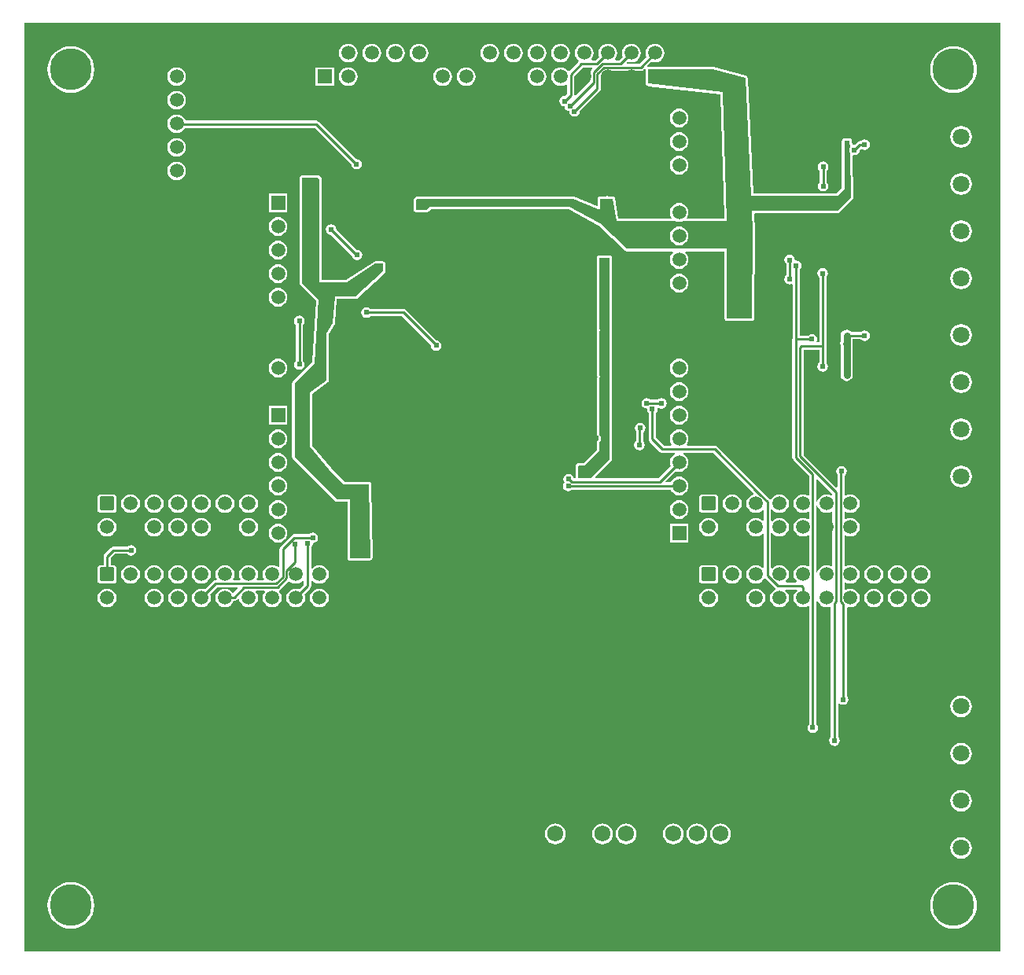
<source format=gbl>
G04*
G04 #@! TF.GenerationSoftware,Altium Limited,Altium Designer,20.2.3 (150)*
G04*
G04 Layer_Physical_Order=2*
G04 Layer_Color=16711680*
%FSLAX25Y25*%
%MOIN*%
G70*
G04*
G04 #@! TF.SameCoordinates,12439D86-AE7D-45F5-80DB-552B17048F2A*
G04*
G04*
G04 #@! TF.FilePolarity,Positive*
G04*
G01*
G75*
%ADD14C,0.01500*%
%ADD15C,0.01000*%
%ADD54C,0.03000*%
%ADD55C,0.02000*%
%ADD61C,0.05906*%
%ADD62R,0.05906X0.05906*%
%ADD63C,0.07087*%
%ADD64C,0.06791*%
G04:AMPARAMS|DCode=65|XSize=59.06mil|YSize=59.06mil|CornerRadius=2.95mil|HoleSize=0mil|Usage=FLASHONLY|Rotation=0.000|XOffset=0mil|YOffset=0mil|HoleType=Round|Shape=RoundedRectangle|*
%AMROUNDEDRECTD65*
21,1,0.05906,0.05315,0,0,0.0*
21,1,0.05315,0.05906,0,0,0.0*
1,1,0.00591,0.02657,-0.02657*
1,1,0.00591,-0.02657,-0.02657*
1,1,0.00591,-0.02657,0.02657*
1,1,0.00591,0.02657,0.02657*
%
%ADD65ROUNDEDRECTD65*%
%ADD66R,0.05906X0.05906*%
%ADD67C,0.17717*%
%ADD68C,0.02200*%
%ADD69C,0.02400*%
G36*
X425600Y14000D02*
X12100D01*
Y407700D01*
X425600D01*
Y14000D01*
D02*
G37*
%LPC*%
G36*
X279400Y398987D02*
X278368Y398851D01*
X277407Y398453D01*
X276581Y397819D01*
X275947Y396993D01*
X275549Y396032D01*
X275413Y395000D01*
X275549Y393968D01*
X275741Y393504D01*
X272719Y390482D01*
X267698D01*
X267507Y390944D01*
X267904Y391341D01*
X268368Y391149D01*
X269400Y391013D01*
X270432Y391149D01*
X271393Y391547D01*
X272219Y392181D01*
X272853Y393007D01*
X273251Y393968D01*
X273387Y395000D01*
X273251Y396032D01*
X272853Y396993D01*
X272219Y397819D01*
X271393Y398453D01*
X270432Y398851D01*
X269400Y398987D01*
X268368Y398851D01*
X267407Y398453D01*
X266581Y397819D01*
X265947Y396993D01*
X265549Y396032D01*
X265413Y395000D01*
X265549Y393968D01*
X265741Y393504D01*
X264219Y391982D01*
X262697D01*
X262450Y392482D01*
X262853Y393007D01*
X263251Y393968D01*
X263387Y395000D01*
X263251Y396032D01*
X262853Y396993D01*
X262219Y397819D01*
X261393Y398453D01*
X260432Y398851D01*
X259400Y398987D01*
X258368Y398851D01*
X257407Y398453D01*
X256581Y397819D01*
X255947Y396993D01*
X255549Y396032D01*
X255413Y395000D01*
X255549Y393968D01*
X255741Y393504D01*
X254116Y391879D01*
X252618D01*
X252371Y392379D01*
X252853Y393007D01*
X253251Y393968D01*
X253387Y395000D01*
X253251Y396032D01*
X252853Y396993D01*
X252219Y397819D01*
X251393Y398453D01*
X250432Y398851D01*
X249400Y398987D01*
X248368Y398851D01*
X247407Y398453D01*
X246581Y397819D01*
X245947Y396993D01*
X245549Y396032D01*
X245413Y395000D01*
X245549Y393968D01*
X245947Y393007D01*
X246581Y392181D01*
X246963Y391887D01*
X246924Y391287D01*
X243024Y387387D01*
X242525Y387420D01*
X242219Y387819D01*
X241393Y388453D01*
X240432Y388851D01*
X239400Y388987D01*
X238368Y388851D01*
X237407Y388453D01*
X236581Y387819D01*
X235947Y386993D01*
X235549Y386032D01*
X235413Y385000D01*
X235549Y383968D01*
X235947Y383007D01*
X236581Y382181D01*
X237407Y381547D01*
X238368Y381149D01*
X239400Y381013D01*
X240432Y381149D01*
X241393Y381547D01*
X241681Y381768D01*
X242129Y381547D01*
Y377892D01*
X241067Y376830D01*
X241000Y376843D01*
X240142Y376672D01*
X239414Y376186D01*
X238928Y375458D01*
X238757Y374600D01*
X238928Y373742D01*
X239414Y373014D01*
X240142Y372528D01*
X241000Y372357D01*
X241081Y372373D01*
X241226Y371642D01*
X241713Y370914D01*
X242440Y370428D01*
X242962Y370324D01*
X242957Y370300D01*
X243128Y369442D01*
X243614Y368714D01*
X244342Y368228D01*
X245200Y368057D01*
X246058Y368228D01*
X246786Y368714D01*
X247272Y369442D01*
X247443Y370300D01*
X247430Y370367D01*
X255934Y378871D01*
X256266Y379367D01*
X256382Y379953D01*
Y385409D01*
X258396Y387423D01*
X273353D01*
X273938Y387540D01*
X274434Y387871D01*
X274922Y388359D01*
X275383Y388113D01*
X275380Y388100D01*
Y382417D01*
X275386Y382390D01*
X275382Y382362D01*
X275425Y382195D01*
X275458Y382027D01*
X275474Y382004D01*
X275481Y381976D01*
X275681Y381559D01*
X275749Y381467D01*
X275802Y381365D01*
X275868Y381310D01*
X275919Y381241D01*
X276018Y381182D01*
X276106Y381108D01*
X276188Y381082D01*
X276262Y381038D01*
X276375Y381022D01*
X276485Y380987D01*
X307208Y377487D01*
X308838Y325179D01*
X308490Y324820D01*
X293091D01*
X292870Y325268D01*
X293053Y325507D01*
X293451Y326468D01*
X293587Y327500D01*
X293451Y328532D01*
X293053Y329493D01*
X292419Y330319D01*
X291593Y330953D01*
X290632Y331351D01*
X289600Y331487D01*
X288568Y331351D01*
X287607Y330953D01*
X286781Y330319D01*
X286147Y329493D01*
X285749Y328532D01*
X285613Y327500D01*
X285749Y326468D01*
X286147Y325507D01*
X286330Y325268D01*
X286109Y324820D01*
X263900D01*
X262367Y333478D01*
X262326Y333581D01*
X262304Y333690D01*
X262255Y333765D01*
X262222Y333849D01*
X262145Y333929D01*
X262083Y334021D01*
X262009Y334071D01*
X261947Y334136D01*
X261845Y334180D01*
X261753Y334242D01*
X261665Y334260D01*
X261582Y334296D01*
X261471Y334298D01*
X261363Y334320D01*
X259621D01*
X259000Y334443D01*
X258379Y334320D01*
X256200D01*
X255810Y334242D01*
X255479Y334021D01*
X255258Y333690D01*
X255180Y333300D01*
X255180Y330319D01*
X254765Y330041D01*
X245070Y334043D01*
X244877Y334081D01*
X244682Y334120D01*
X181221Y334120D01*
X180600Y334243D01*
X179979Y334120D01*
X178500D01*
X178110Y334042D01*
X177779Y333821D01*
X177279Y333321D01*
X177058Y332990D01*
X176980Y332600D01*
Y328600D01*
X177058Y328210D01*
X177279Y327879D01*
X177610Y327658D01*
X178000Y327580D01*
X182600Y327580D01*
X182990Y327658D01*
X183321Y327879D01*
X184322Y328880D01*
X242739D01*
X255593Y321851D01*
X266696Y311262D01*
X266854Y311162D01*
X267010Y311058D01*
X267022Y311056D01*
X267032Y311049D01*
X267217Y311017D01*
X267400Y310980D01*
X286821D01*
X286991Y310480D01*
X286781Y310319D01*
X286147Y309493D01*
X285749Y308532D01*
X285613Y307500D01*
X285749Y306468D01*
X286147Y305507D01*
X286781Y304681D01*
X287607Y304047D01*
X288568Y303649D01*
X289600Y303513D01*
X290632Y303649D01*
X291593Y304047D01*
X292419Y304681D01*
X293053Y305507D01*
X293451Y306468D01*
X293587Y307500D01*
X293451Y308532D01*
X293053Y309493D01*
X292419Y310319D01*
X292209Y310480D01*
X292379Y310980D01*
X308880D01*
Y282400D01*
X308958Y282010D01*
X309179Y281679D01*
X309510Y281458D01*
X309900Y281380D01*
X320500D01*
X320690Y281418D01*
X320880Y281454D01*
X320885Y281457D01*
X320890Y281458D01*
X321051Y281566D01*
X321213Y281671D01*
X321216Y281676D01*
X321221Y281679D01*
X321329Y281840D01*
X321438Y282000D01*
X321439Y282005D01*
X321442Y282010D01*
X321480Y282200D01*
X321519Y282389D01*
X321919Y319764D01*
X321896Y319888D01*
X321552Y326718D01*
X321897Y327080D01*
X356800D01*
X357190Y327158D01*
X357521Y327379D01*
X363121Y332979D01*
X363127Y332988D01*
X363136Y332994D01*
X363237Y333153D01*
X363342Y333310D01*
X363344Y333320D01*
X363350Y333330D01*
X363383Y333515D01*
X363420Y333700D01*
X363418Y333711D01*
X363419Y333721D01*
X363050Y351316D01*
X363541Y351728D01*
X363900Y351657D01*
X364758Y351828D01*
X365486Y352314D01*
X365972Y353042D01*
X366143Y353900D01*
X366130Y353967D01*
X366711Y354549D01*
X367342Y354128D01*
X368200Y353957D01*
X369058Y354128D01*
X369786Y354614D01*
X370272Y355342D01*
X370443Y356200D01*
X370272Y357058D01*
X369786Y357786D01*
X369058Y358272D01*
X368200Y358443D01*
X367342Y358272D01*
X366614Y357786D01*
X366576Y357729D01*
X366200D01*
X365615Y357613D01*
X365119Y357281D01*
X363967Y356130D01*
X363900Y356143D01*
X363450Y356054D01*
X363441Y356055D01*
X363019Y356478D01*
X363043Y356600D01*
X362926Y357187D01*
X362913Y357821D01*
X362872Y358006D01*
X362836Y358190D01*
X362830Y358199D01*
X362827Y358210D01*
X362719Y358364D01*
X362615Y358521D01*
X362606Y358527D01*
X362599Y358536D01*
X362440Y358637D01*
X362284Y358742D01*
X362273Y358744D01*
X362264Y358750D01*
X362078Y358783D01*
X361894Y358820D01*
X360918D01*
X360800Y358843D01*
X360682Y358820D01*
X359600D01*
X359210Y358742D01*
X358879Y358521D01*
X358658Y358190D01*
X358580Y357800D01*
Y356718D01*
X358557Y356600D01*
X358580Y356482D01*
X358580Y337801D01*
X356456Y335520D01*
X321108D01*
X318643Y384426D01*
X318634Y384465D01*
X318636Y384505D01*
X318585Y384657D01*
X318546Y384812D01*
X318522Y384844D01*
X318510Y384882D01*
X318404Y385003D01*
X318309Y385131D01*
X318275Y385152D01*
X318248Y385182D01*
X318105Y385253D01*
X317967Y385335D01*
X317928Y385341D01*
X317892Y385359D01*
X304167Y389084D01*
X304032Y389093D01*
X303900Y389120D01*
X276400D01*
X276387Y389117D01*
X276141Y389578D01*
X277904Y391341D01*
X278368Y391149D01*
X279400Y391013D01*
X280432Y391149D01*
X281393Y391547D01*
X282219Y392181D01*
X282853Y393007D01*
X283251Y393968D01*
X283387Y395000D01*
X283251Y396032D01*
X282853Y396993D01*
X282219Y397819D01*
X281393Y398453D01*
X280432Y398851D01*
X279400Y398987D01*
D02*
G37*
G36*
X239400D02*
X238368Y398851D01*
X237407Y398453D01*
X236581Y397819D01*
X235947Y396993D01*
X235549Y396032D01*
X235413Y395000D01*
X235549Y393968D01*
X235947Y393007D01*
X236581Y392181D01*
X237407Y391547D01*
X238368Y391149D01*
X239400Y391013D01*
X240432Y391149D01*
X241393Y391547D01*
X242219Y392181D01*
X242853Y393007D01*
X243251Y393968D01*
X243387Y395000D01*
X243251Y396032D01*
X242853Y396993D01*
X242219Y397819D01*
X241393Y398453D01*
X240432Y398851D01*
X239400Y398987D01*
D02*
G37*
G36*
X229400D02*
X228368Y398851D01*
X227407Y398453D01*
X226581Y397819D01*
X225947Y396993D01*
X225549Y396032D01*
X225413Y395000D01*
X225549Y393968D01*
X225947Y393007D01*
X226581Y392181D01*
X227407Y391547D01*
X228368Y391149D01*
X229400Y391013D01*
X230432Y391149D01*
X231393Y391547D01*
X232219Y392181D01*
X232853Y393007D01*
X233251Y393968D01*
X233387Y395000D01*
X233251Y396032D01*
X232853Y396993D01*
X232219Y397819D01*
X231393Y398453D01*
X230432Y398851D01*
X229400Y398987D01*
D02*
G37*
G36*
X219400D02*
X218368Y398851D01*
X217407Y398453D01*
X216581Y397819D01*
X215947Y396993D01*
X215549Y396032D01*
X215413Y395000D01*
X215549Y393968D01*
X215947Y393007D01*
X216581Y392181D01*
X217407Y391547D01*
X218368Y391149D01*
X219400Y391013D01*
X220432Y391149D01*
X221393Y391547D01*
X222219Y392181D01*
X222853Y393007D01*
X223251Y393968D01*
X223387Y395000D01*
X223251Y396032D01*
X222853Y396993D01*
X222219Y397819D01*
X221393Y398453D01*
X220432Y398851D01*
X219400Y398987D01*
D02*
G37*
G36*
X209400D02*
X208368Y398851D01*
X207407Y398453D01*
X206581Y397819D01*
X205947Y396993D01*
X205549Y396032D01*
X205413Y395000D01*
X205549Y393968D01*
X205947Y393007D01*
X206581Y392181D01*
X207407Y391547D01*
X208368Y391149D01*
X209400Y391013D01*
X210432Y391149D01*
X211393Y391547D01*
X212219Y392181D01*
X212853Y393007D01*
X213251Y393968D01*
X213387Y395000D01*
X213251Y396032D01*
X212853Y396993D01*
X212219Y397819D01*
X211393Y398453D01*
X210432Y398851D01*
X209400Y398987D01*
D02*
G37*
G36*
X179400D02*
X178368Y398851D01*
X177407Y398453D01*
X176581Y397819D01*
X175947Y396993D01*
X175549Y396032D01*
X175413Y395000D01*
X175549Y393968D01*
X175947Y393007D01*
X176581Y392181D01*
X177407Y391547D01*
X178368Y391149D01*
X179400Y391013D01*
X180432Y391149D01*
X181393Y391547D01*
X182219Y392181D01*
X182853Y393007D01*
X183251Y393968D01*
X183387Y395000D01*
X183251Y396032D01*
X182853Y396993D01*
X182219Y397819D01*
X181393Y398453D01*
X180432Y398851D01*
X179400Y398987D01*
D02*
G37*
G36*
X169400D02*
X168368Y398851D01*
X167407Y398453D01*
X166581Y397819D01*
X165947Y396993D01*
X165549Y396032D01*
X165413Y395000D01*
X165549Y393968D01*
X165947Y393007D01*
X166581Y392181D01*
X167407Y391547D01*
X168368Y391149D01*
X169400Y391013D01*
X170432Y391149D01*
X171393Y391547D01*
X172219Y392181D01*
X172853Y393007D01*
X173251Y393968D01*
X173387Y395000D01*
X173251Y396032D01*
X172853Y396993D01*
X172219Y397819D01*
X171393Y398453D01*
X170432Y398851D01*
X169400Y398987D01*
D02*
G37*
G36*
X159400D02*
X158368Y398851D01*
X157407Y398453D01*
X156581Y397819D01*
X155947Y396993D01*
X155549Y396032D01*
X155413Y395000D01*
X155549Y393968D01*
X155947Y393007D01*
X156581Y392181D01*
X157407Y391547D01*
X158368Y391149D01*
X159400Y391013D01*
X160432Y391149D01*
X161393Y391547D01*
X162219Y392181D01*
X162853Y393007D01*
X163251Y393968D01*
X163387Y395000D01*
X163251Y396032D01*
X162853Y396993D01*
X162219Y397819D01*
X161393Y398453D01*
X160432Y398851D01*
X159400Y398987D01*
D02*
G37*
G36*
X149400D02*
X148368Y398851D01*
X147407Y398453D01*
X146581Y397819D01*
X145947Y396993D01*
X145549Y396032D01*
X145413Y395000D01*
X145549Y393968D01*
X145947Y393007D01*
X146581Y392181D01*
X147407Y391547D01*
X148368Y391149D01*
X149400Y391013D01*
X150432Y391149D01*
X151393Y391547D01*
X152219Y392181D01*
X152853Y393007D01*
X153251Y393968D01*
X153387Y395000D01*
X153251Y396032D01*
X152853Y396993D01*
X152219Y397819D01*
X151393Y398453D01*
X150432Y398851D01*
X149400Y398987D01*
D02*
G37*
G36*
X143353Y388953D02*
X135447D01*
Y381047D01*
X143353D01*
Y388953D01*
D02*
G37*
G36*
X229400Y388987D02*
X228368Y388851D01*
X227407Y388453D01*
X226581Y387819D01*
X225947Y386993D01*
X225549Y386032D01*
X225413Y385000D01*
X225549Y383968D01*
X225947Y383007D01*
X226581Y382181D01*
X227407Y381547D01*
X228368Y381149D01*
X229400Y381013D01*
X230432Y381149D01*
X231393Y381547D01*
X232219Y382181D01*
X232853Y383007D01*
X233251Y383968D01*
X233387Y385000D01*
X233251Y386032D01*
X232853Y386993D01*
X232219Y387819D01*
X231393Y388453D01*
X230432Y388851D01*
X229400Y388987D01*
D02*
G37*
G36*
X199400D02*
X198368Y388851D01*
X197407Y388453D01*
X196581Y387819D01*
X195947Y386993D01*
X195549Y386032D01*
X195413Y385000D01*
X195549Y383968D01*
X195947Y383007D01*
X196581Y382181D01*
X197407Y381547D01*
X198368Y381149D01*
X199400Y381013D01*
X200432Y381149D01*
X201393Y381547D01*
X202219Y382181D01*
X202853Y383007D01*
X203251Y383968D01*
X203387Y385000D01*
X203251Y386032D01*
X202853Y386993D01*
X202219Y387819D01*
X201393Y388453D01*
X200432Y388851D01*
X199400Y388987D01*
D02*
G37*
G36*
X189400D02*
X188368Y388851D01*
X187407Y388453D01*
X186581Y387819D01*
X185947Y386993D01*
X185549Y386032D01*
X185413Y385000D01*
X185549Y383968D01*
X185947Y383007D01*
X186581Y382181D01*
X187407Y381547D01*
X188368Y381149D01*
X189400Y381013D01*
X190432Y381149D01*
X191393Y381547D01*
X192219Y382181D01*
X192853Y383007D01*
X193251Y383968D01*
X193387Y385000D01*
X193251Y386032D01*
X192853Y386993D01*
X192219Y387819D01*
X191393Y388453D01*
X190432Y388851D01*
X189400Y388987D01*
D02*
G37*
G36*
X149400D02*
X148368Y388851D01*
X147407Y388453D01*
X146581Y387819D01*
X145947Y386993D01*
X145549Y386032D01*
X145413Y385000D01*
X145549Y383968D01*
X145947Y383007D01*
X146581Y382181D01*
X147407Y381547D01*
X148368Y381149D01*
X149400Y381013D01*
X150432Y381149D01*
X151393Y381547D01*
X152219Y382181D01*
X152853Y383007D01*
X153251Y383968D01*
X153387Y385000D01*
X153251Y386032D01*
X152853Y386993D01*
X152219Y387819D01*
X151393Y388453D01*
X150432Y388851D01*
X149400Y388987D01*
D02*
G37*
G36*
X76600D02*
X75568Y388851D01*
X74607Y388453D01*
X73781Y387819D01*
X73147Y386993D01*
X72749Y386032D01*
X72613Y385000D01*
X72749Y383968D01*
X73147Y383007D01*
X73781Y382181D01*
X74607Y381547D01*
X75568Y381149D01*
X76600Y381013D01*
X77632Y381149D01*
X78593Y381547D01*
X79419Y382181D01*
X80053Y383007D01*
X80451Y383968D01*
X80587Y385000D01*
X80451Y386032D01*
X80053Y386993D01*
X79419Y387819D01*
X78593Y388453D01*
X77632Y388851D01*
X76600Y388987D01*
D02*
G37*
G36*
X405915Y397922D02*
X403982Y397731D01*
X402124Y397168D01*
X400412Y396252D01*
X398910Y395020D01*
X397678Y393519D01*
X396763Y391807D01*
X396199Y389948D01*
X396009Y388016D01*
X396199Y386083D01*
X396763Y384225D01*
X397678Y382512D01*
X398910Y381011D01*
X400412Y379779D01*
X402124Y378864D01*
X403982Y378300D01*
X405915Y378110D01*
X407847Y378300D01*
X409706Y378864D01*
X411418Y379779D01*
X412920Y381011D01*
X414151Y382512D01*
X415067Y384225D01*
X415631Y386083D01*
X415821Y388016D01*
X415631Y389948D01*
X415067Y391807D01*
X414151Y393519D01*
X412920Y395020D01*
X411418Y396252D01*
X409706Y397168D01*
X407847Y397731D01*
X405915Y397922D01*
D02*
G37*
G36*
X31785D02*
X29853Y397731D01*
X27994Y397168D01*
X26282Y396252D01*
X24780Y395020D01*
X23549Y393519D01*
X22633Y391807D01*
X22069Y389948D01*
X21879Y388016D01*
X22069Y386083D01*
X22633Y384225D01*
X23549Y382512D01*
X24780Y381011D01*
X26282Y379779D01*
X27994Y378864D01*
X29853Y378300D01*
X31785Y378110D01*
X33718Y378300D01*
X35576Y378864D01*
X37288Y379779D01*
X38790Y381011D01*
X40022Y382512D01*
X40937Y384225D01*
X41501Y386083D01*
X41691Y388016D01*
X41501Y389948D01*
X40937Y391807D01*
X40022Y393519D01*
X38790Y395020D01*
X37288Y396252D01*
X35576Y397168D01*
X33718Y397731D01*
X31785Y397922D01*
D02*
G37*
G36*
X76600Y378987D02*
X75568Y378851D01*
X74607Y378453D01*
X73781Y377819D01*
X73147Y376993D01*
X72749Y376032D01*
X72613Y375000D01*
X72749Y373968D01*
X73147Y373007D01*
X73781Y372181D01*
X74607Y371547D01*
X75568Y371149D01*
X76600Y371013D01*
X77632Y371149D01*
X78593Y371547D01*
X79419Y372181D01*
X80053Y373007D01*
X80451Y373968D01*
X80587Y375000D01*
X80451Y376032D01*
X80053Y376993D01*
X79419Y377819D01*
X78593Y378453D01*
X77632Y378851D01*
X76600Y378987D01*
D02*
G37*
G36*
X289600Y371487D02*
X288568Y371351D01*
X287607Y370953D01*
X286781Y370319D01*
X286147Y369493D01*
X285749Y368532D01*
X285613Y367500D01*
X285749Y366468D01*
X286147Y365507D01*
X286781Y364681D01*
X287607Y364047D01*
X288568Y363649D01*
X289600Y363513D01*
X290632Y363649D01*
X291593Y364047D01*
X292419Y364681D01*
X293053Y365507D01*
X293451Y366468D01*
X293587Y367500D01*
X293451Y368532D01*
X293053Y369493D01*
X292419Y370319D01*
X291593Y370953D01*
X290632Y371351D01*
X289600Y371487D01*
D02*
G37*
G36*
X409100Y364083D02*
X407914Y363926D01*
X406809Y363469D01*
X405860Y362740D01*
X405131Y361791D01*
X404674Y360686D01*
X404518Y359500D01*
X404674Y358314D01*
X405131Y357209D01*
X405860Y356260D01*
X406809Y355531D01*
X407914Y355074D01*
X409100Y354918D01*
X410286Y355074D01*
X411391Y355531D01*
X412340Y356260D01*
X413069Y357209D01*
X413526Y358314D01*
X413683Y359500D01*
X413526Y360686D01*
X413069Y361791D01*
X412340Y362740D01*
X411391Y363469D01*
X410286Y363926D01*
X409100Y364083D01*
D02*
G37*
G36*
X289600Y361487D02*
X288568Y361351D01*
X287607Y360953D01*
X286781Y360319D01*
X286147Y359493D01*
X285749Y358532D01*
X285613Y357500D01*
X285749Y356468D01*
X286147Y355507D01*
X286781Y354681D01*
X287607Y354047D01*
X288568Y353649D01*
X289600Y353513D01*
X290632Y353649D01*
X291593Y354047D01*
X292419Y354681D01*
X293053Y355507D01*
X293451Y356468D01*
X293587Y357500D01*
X293451Y358532D01*
X293053Y359493D01*
X292419Y360319D01*
X291593Y360953D01*
X290632Y361351D01*
X289600Y361487D01*
D02*
G37*
G36*
X76600Y358987D02*
X75568Y358851D01*
X74607Y358453D01*
X73781Y357819D01*
X73147Y356993D01*
X72749Y356032D01*
X72613Y355000D01*
X72749Y353968D01*
X73147Y353007D01*
X73781Y352181D01*
X74607Y351547D01*
X75568Y351149D01*
X76600Y351013D01*
X77632Y351149D01*
X78593Y351547D01*
X79419Y352181D01*
X80053Y353007D01*
X80451Y353968D01*
X80587Y355000D01*
X80451Y356032D01*
X80053Y356993D01*
X79419Y357819D01*
X78593Y358453D01*
X77632Y358851D01*
X76600Y358987D01*
D02*
G37*
G36*
Y368987D02*
X75568Y368851D01*
X74607Y368453D01*
X73781Y367819D01*
X73147Y366993D01*
X72749Y366032D01*
X72613Y365000D01*
X72749Y363968D01*
X73147Y363007D01*
X73781Y362181D01*
X74607Y361547D01*
X75568Y361149D01*
X76600Y361013D01*
X77632Y361149D01*
X78593Y361547D01*
X79419Y362181D01*
X80053Y363007D01*
X80162Y363271D01*
X135167Y363271D01*
X150650Y347787D01*
X150795Y347055D01*
X151282Y346327D01*
X152009Y345841D01*
X152868Y345670D01*
X153726Y345841D01*
X154454Y346327D01*
X154940Y347055D01*
X155111Y347913D01*
X154940Y348771D01*
X154454Y349499D01*
X153726Y349985D01*
X152868Y350156D01*
X152650Y350113D01*
X136881Y365881D01*
X136385Y366213D01*
X135800Y366329D01*
X80328Y366329D01*
X80053Y366993D01*
X79419Y367819D01*
X78593Y368453D01*
X77632Y368851D01*
X76600Y368987D01*
D02*
G37*
G36*
X289600Y351487D02*
X288568Y351351D01*
X287607Y350953D01*
X286781Y350319D01*
X286147Y349493D01*
X285749Y348532D01*
X285613Y347500D01*
X285749Y346468D01*
X286147Y345507D01*
X286781Y344681D01*
X287607Y344047D01*
X288568Y343649D01*
X289600Y343513D01*
X290632Y343649D01*
X291593Y344047D01*
X292419Y344681D01*
X293053Y345507D01*
X293451Y346468D01*
X293587Y347500D01*
X293451Y348532D01*
X293053Y349493D01*
X292419Y350319D01*
X291593Y350953D01*
X290632Y351351D01*
X289600Y351487D01*
D02*
G37*
G36*
X76600Y348987D02*
X75568Y348851D01*
X74607Y348453D01*
X73781Y347819D01*
X73147Y346993D01*
X72749Y346032D01*
X72613Y345000D01*
X72749Y343968D01*
X73147Y343007D01*
X73781Y342181D01*
X74607Y341547D01*
X75568Y341149D01*
X76600Y341013D01*
X77632Y341149D01*
X78593Y341547D01*
X79419Y342181D01*
X80053Y343007D01*
X80451Y343968D01*
X80587Y345000D01*
X80451Y346032D01*
X80053Y346993D01*
X79419Y347819D01*
X78593Y348453D01*
X77632Y348851D01*
X76600Y348987D01*
D02*
G37*
G36*
X350631Y349012D02*
X349773Y348841D01*
X349045Y348355D01*
X348559Y347627D01*
X348388Y346768D01*
X348559Y345910D01*
X349045Y345182D01*
X349071Y345165D01*
Y340224D01*
X349014Y340186D01*
X348528Y339458D01*
X348357Y338600D01*
X348528Y337742D01*
X349014Y337014D01*
X349742Y336528D01*
X350600Y336357D01*
X351458Y336528D01*
X352186Y337014D01*
X352672Y337742D01*
X352843Y338600D01*
X352672Y339458D01*
X352186Y340186D01*
X352129Y340224D01*
Y345123D01*
X352218Y345182D01*
X352704Y345910D01*
X352875Y346768D01*
X352704Y347627D01*
X352218Y348355D01*
X351490Y348841D01*
X350631Y349012D01*
D02*
G37*
G36*
X409100Y344082D02*
X407914Y343926D01*
X406809Y343469D01*
X405860Y342740D01*
X405131Y341791D01*
X404674Y340686D01*
X404518Y339500D01*
X404674Y338314D01*
X405131Y337209D01*
X405860Y336260D01*
X406809Y335531D01*
X407914Y335074D01*
X409100Y334917D01*
X410286Y335074D01*
X411391Y335531D01*
X412340Y336260D01*
X413069Y337209D01*
X413526Y338314D01*
X413683Y339500D01*
X413526Y340686D01*
X413069Y341791D01*
X412340Y342740D01*
X411391Y343469D01*
X410286Y343926D01*
X409100Y344082D01*
D02*
G37*
G36*
X123553Y335453D02*
X115647D01*
Y327547D01*
X123553D01*
Y335453D01*
D02*
G37*
G36*
X119600Y325487D02*
X118568Y325351D01*
X117607Y324953D01*
X116781Y324319D01*
X116147Y323493D01*
X115749Y322532D01*
X115613Y321500D01*
X115749Y320468D01*
X116147Y319507D01*
X116781Y318681D01*
X117607Y318047D01*
X118568Y317649D01*
X119600Y317513D01*
X120632Y317649D01*
X121593Y318047D01*
X122419Y318681D01*
X123053Y319507D01*
X123451Y320468D01*
X123587Y321500D01*
X123451Y322532D01*
X123053Y323493D01*
X122419Y324319D01*
X121593Y324953D01*
X120632Y325351D01*
X119600Y325487D01*
D02*
G37*
G36*
X409100Y324082D02*
X407914Y323926D01*
X406809Y323469D01*
X405860Y322740D01*
X405131Y321791D01*
X404674Y320686D01*
X404518Y319500D01*
X404674Y318314D01*
X405131Y317209D01*
X405860Y316260D01*
X406809Y315531D01*
X407914Y315074D01*
X409100Y314917D01*
X410286Y315074D01*
X411391Y315531D01*
X412340Y316260D01*
X413069Y317209D01*
X413526Y318314D01*
X413683Y319500D01*
X413526Y320686D01*
X413069Y321791D01*
X412340Y322740D01*
X411391Y323469D01*
X410286Y323926D01*
X409100Y324082D01*
D02*
G37*
G36*
X119600Y315487D02*
X118568Y315351D01*
X117607Y314953D01*
X116781Y314319D01*
X116147Y313493D01*
X115749Y312532D01*
X115613Y311500D01*
X115749Y310468D01*
X116147Y309507D01*
X116781Y308681D01*
X117607Y308047D01*
X118568Y307649D01*
X119600Y307513D01*
X120632Y307649D01*
X121593Y308047D01*
X122419Y308681D01*
X123053Y309507D01*
X123451Y310468D01*
X123587Y311500D01*
X123451Y312532D01*
X123053Y313493D01*
X122419Y314319D01*
X121593Y314953D01*
X120632Y315351D01*
X119600Y315487D01*
D02*
G37*
G36*
X142100Y322443D02*
X141242Y322272D01*
X140514Y321786D01*
X140028Y321058D01*
X139857Y320200D01*
X140028Y319342D01*
X140514Y318614D01*
X141242Y318128D01*
X142100Y317957D01*
X142167Y317970D01*
X150887Y309250D01*
X151028Y308542D01*
X151514Y307814D01*
X152242Y307328D01*
X153100Y307157D01*
X153958Y307328D01*
X154686Y307814D01*
X155172Y308542D01*
X155343Y309400D01*
X155172Y310258D01*
X154686Y310986D01*
X153958Y311472D01*
X153100Y311643D01*
X152866Y311597D01*
X144330Y320133D01*
X144343Y320200D01*
X144172Y321058D01*
X143686Y321786D01*
X142958Y322272D01*
X142100Y322443D01*
D02*
G37*
G36*
X119600Y305487D02*
X118568Y305351D01*
X117607Y304953D01*
X116781Y304319D01*
X116147Y303493D01*
X115749Y302532D01*
X115613Y301500D01*
X115749Y300468D01*
X116147Y299507D01*
X116781Y298681D01*
X117607Y298047D01*
X118568Y297649D01*
X119600Y297513D01*
X120632Y297649D01*
X121593Y298047D01*
X122419Y298681D01*
X123053Y299507D01*
X123451Y300468D01*
X123587Y301500D01*
X123451Y302532D01*
X123053Y303493D01*
X122419Y304319D01*
X121593Y304953D01*
X120632Y305351D01*
X119600Y305487D01*
D02*
G37*
G36*
X409100Y304082D02*
X407914Y303926D01*
X406809Y303469D01*
X405860Y302740D01*
X405131Y301791D01*
X404674Y300686D01*
X404518Y299500D01*
X404674Y298314D01*
X405131Y297209D01*
X405860Y296260D01*
X406809Y295531D01*
X407914Y295074D01*
X409100Y294917D01*
X410286Y295074D01*
X411391Y295531D01*
X412340Y296260D01*
X413069Y297209D01*
X413526Y298314D01*
X413683Y299500D01*
X413526Y300686D01*
X413069Y301791D01*
X412340Y302740D01*
X411391Y303469D01*
X410286Y303926D01*
X409100Y304082D01*
D02*
G37*
G36*
X289600Y301487D02*
X288568Y301351D01*
X287607Y300953D01*
X286781Y300319D01*
X286147Y299493D01*
X285749Y298532D01*
X285613Y297500D01*
X285749Y296468D01*
X286147Y295507D01*
X286781Y294681D01*
X287607Y294047D01*
X288568Y293649D01*
X289600Y293513D01*
X290632Y293649D01*
X291593Y294047D01*
X292419Y294681D01*
X293053Y295507D01*
X293451Y296468D01*
X293587Y297500D01*
X293451Y298532D01*
X293053Y299493D01*
X292419Y300319D01*
X291593Y300953D01*
X290632Y301351D01*
X289600Y301487D01*
D02*
G37*
G36*
X119600Y295487D02*
X118568Y295351D01*
X117607Y294953D01*
X116781Y294319D01*
X116147Y293493D01*
X115749Y292532D01*
X115613Y291500D01*
X115749Y290468D01*
X116147Y289507D01*
X116781Y288681D01*
X117607Y288047D01*
X118568Y287649D01*
X119600Y287513D01*
X120632Y287649D01*
X121593Y288047D01*
X122419Y288681D01*
X123053Y289507D01*
X123451Y290468D01*
X123587Y291500D01*
X123451Y292532D01*
X123053Y293493D01*
X122419Y294319D01*
X121593Y294953D01*
X120632Y295351D01*
X119600Y295487D01*
D02*
G37*
G36*
X360600Y277749D02*
X359625Y277555D01*
X358798Y277002D01*
X358245Y276175D01*
X358051Y275200D01*
Y272710D01*
X357900Y271949D01*
X358051Y271188D01*
Y258500D01*
X358245Y257524D01*
X358798Y256698D01*
X359625Y256145D01*
X360600Y255951D01*
X361576Y256145D01*
X362402Y256698D01*
X362955Y257524D01*
X363149Y258500D01*
Y271797D01*
X363139Y271849D01*
X363149Y271900D01*
Y273671D01*
X366576D01*
X366614Y273614D01*
X367342Y273128D01*
X368200Y272957D01*
X369058Y273128D01*
X369786Y273614D01*
X370272Y274342D01*
X370443Y275200D01*
X370272Y276058D01*
X369786Y276786D01*
X369058Y277272D01*
X368200Y277443D01*
X367342Y277272D01*
X366614Y276786D01*
X366576Y276729D01*
X362585D01*
X362402Y277002D01*
X361576Y277555D01*
X360600Y277749D01*
D02*
G37*
G36*
X409100Y280083D02*
X407914Y279926D01*
X406809Y279469D01*
X405860Y278740D01*
X405131Y277791D01*
X404674Y276686D01*
X404518Y275500D01*
X404674Y274314D01*
X405131Y273209D01*
X405860Y272260D01*
X406809Y271531D01*
X407914Y271074D01*
X409100Y270918D01*
X410286Y271074D01*
X411391Y271531D01*
X412340Y272260D01*
X413069Y273209D01*
X413526Y274314D01*
X413683Y275500D01*
X413526Y276686D01*
X413069Y277791D01*
X412340Y278740D01*
X411391Y279469D01*
X410286Y279926D01*
X409100Y280083D01*
D02*
G37*
G36*
X157100Y287243D02*
X156242Y287072D01*
X155514Y286586D01*
X155028Y285858D01*
X154857Y285000D01*
X155028Y284142D01*
X155514Y283414D01*
X156242Y282928D01*
X157100Y282757D01*
X157958Y282928D01*
X158686Y283414D01*
X158724Y283471D01*
X171967D01*
X184370Y271067D01*
X184357Y271000D01*
X184528Y270142D01*
X185014Y269414D01*
X185742Y268928D01*
X186600Y268757D01*
X187458Y268928D01*
X188186Y269414D01*
X188672Y270142D01*
X188843Y271000D01*
X188672Y271858D01*
X188186Y272586D01*
X187458Y273072D01*
X186600Y273243D01*
X186533Y273230D01*
X173681Y286081D01*
X173185Y286413D01*
X172600Y286529D01*
X158724D01*
X158686Y286586D01*
X157958Y287072D01*
X157100Y287243D01*
D02*
G37*
G36*
X128600Y283743D02*
X127742Y283572D01*
X127014Y283086D01*
X126528Y282358D01*
X126357Y281500D01*
X126528Y280642D01*
X127014Y279914D01*
X127071Y279876D01*
Y264624D01*
X127014Y264586D01*
X126528Y263858D01*
X126357Y263000D01*
X126528Y262142D01*
X127014Y261414D01*
X127742Y260928D01*
X128600Y260757D01*
X129458Y260928D01*
X130186Y261414D01*
X130672Y262142D01*
X130843Y263000D01*
X130672Y263858D01*
X130186Y264586D01*
X130129Y264624D01*
Y279876D01*
X130186Y279914D01*
X130672Y280642D01*
X130843Y281500D01*
X130672Y282358D01*
X130186Y283086D01*
X129458Y283572D01*
X128600Y283743D01*
D02*
G37*
G36*
X289600Y265487D02*
X288568Y265351D01*
X287607Y264953D01*
X286781Y264319D01*
X286147Y263493D01*
X285749Y262532D01*
X285613Y261500D01*
X285749Y260468D01*
X286147Y259507D01*
X286781Y258681D01*
X287607Y258047D01*
X288568Y257649D01*
X289600Y257513D01*
X290632Y257649D01*
X291593Y258047D01*
X292419Y258681D01*
X293053Y259507D01*
X293451Y260468D01*
X293587Y261500D01*
X293451Y262532D01*
X293053Y263493D01*
X292419Y264319D01*
X291593Y264953D01*
X290632Y265351D01*
X289600Y265487D01*
D02*
G37*
G36*
X119600D02*
X118568Y265351D01*
X117607Y264953D01*
X116781Y264319D01*
X116147Y263493D01*
X115749Y262532D01*
X115613Y261500D01*
X115749Y260468D01*
X116147Y259507D01*
X116781Y258681D01*
X117607Y258047D01*
X118568Y257649D01*
X119600Y257513D01*
X120632Y257649D01*
X121593Y258047D01*
X122419Y258681D01*
X123053Y259507D01*
X123451Y260468D01*
X123587Y261500D01*
X123451Y262532D01*
X123053Y263493D01*
X122419Y264319D01*
X121593Y264953D01*
X120632Y265351D01*
X119600Y265487D01*
D02*
G37*
G36*
X409100Y260083D02*
X407914Y259926D01*
X406809Y259469D01*
X405860Y258740D01*
X405131Y257791D01*
X404674Y256686D01*
X404518Y255500D01*
X404674Y254314D01*
X405131Y253209D01*
X405860Y252260D01*
X406809Y251531D01*
X407914Y251074D01*
X409100Y250918D01*
X410286Y251074D01*
X411391Y251531D01*
X412340Y252260D01*
X413069Y253209D01*
X413526Y254314D01*
X413683Y255500D01*
X413526Y256686D01*
X413069Y257791D01*
X412340Y258740D01*
X411391Y259469D01*
X410286Y259926D01*
X409100Y260083D01*
D02*
G37*
G36*
X289600Y255487D02*
X288568Y255351D01*
X287607Y254953D01*
X286781Y254319D01*
X286147Y253493D01*
X285749Y252532D01*
X285613Y251500D01*
X285749Y250468D01*
X286147Y249507D01*
X286781Y248681D01*
X287607Y248047D01*
X288568Y247649D01*
X289600Y247513D01*
X290632Y247649D01*
X291593Y248047D01*
X292419Y248681D01*
X293053Y249507D01*
X293451Y250468D01*
X293587Y251500D01*
X293451Y252532D01*
X293053Y253493D01*
X292419Y254319D01*
X291593Y254953D01*
X290632Y255351D01*
X289600Y255487D01*
D02*
G37*
G36*
X336500Y309543D02*
X335642Y309372D01*
X334914Y308886D01*
X334428Y308158D01*
X334257Y307300D01*
X334428Y306442D01*
X334914Y305714D01*
X334971Y305676D01*
Y300724D01*
X334914Y300686D01*
X334428Y299958D01*
X334257Y299100D01*
X334428Y298242D01*
X334914Y297514D01*
X335642Y297028D01*
X336500Y296857D01*
X337171Y296990D01*
X337671Y296681D01*
Y274003D01*
X337571Y273500D01*
Y223600D01*
X337687Y223015D01*
X338019Y222519D01*
X344671Y215866D01*
Y207575D01*
X344222Y207354D01*
X344093Y207453D01*
X343132Y207851D01*
X342100Y207987D01*
X341068Y207851D01*
X340107Y207453D01*
X339281Y206819D01*
X338647Y205993D01*
X338249Y205032D01*
X338113Y204000D01*
X338249Y202968D01*
X338647Y202007D01*
X339281Y201181D01*
X340107Y200547D01*
X341068Y200149D01*
X342100Y200013D01*
X343132Y200149D01*
X344093Y200547D01*
X344222Y200646D01*
X344671Y200425D01*
Y197575D01*
X344222Y197354D01*
X344093Y197453D01*
X343132Y197851D01*
X342100Y197987D01*
X341068Y197851D01*
X340107Y197453D01*
X339281Y196819D01*
X338647Y195993D01*
X338249Y195032D01*
X338113Y194000D01*
X338249Y192968D01*
X338647Y192007D01*
X339281Y191181D01*
X340107Y190547D01*
X341068Y190149D01*
X342100Y190013D01*
X343132Y190149D01*
X344093Y190547D01*
X344222Y190646D01*
X344671Y190425D01*
Y177575D01*
X344222Y177354D01*
X344093Y177453D01*
X343132Y177851D01*
X342100Y177987D01*
X341068Y177851D01*
X340107Y177453D01*
X339281Y176819D01*
X338647Y175993D01*
X338249Y175032D01*
X338113Y174000D01*
X338249Y172968D01*
X338647Y172007D01*
X339281Y171181D01*
X339383Y171103D01*
X339222Y170629D01*
X334978D01*
X334818Y171103D01*
X334919Y171181D01*
X335553Y172007D01*
X335951Y172968D01*
X336087Y174000D01*
X335951Y175032D01*
X335553Y175993D01*
X334919Y176819D01*
X334093Y177453D01*
X333132Y177851D01*
X332100Y177987D01*
X331068Y177851D01*
X330107Y177453D01*
X329281Y176819D01*
X329029Y176491D01*
X328529Y176661D01*
Y191339D01*
X329029Y191509D01*
X329281Y191181D01*
X330107Y190547D01*
X331068Y190149D01*
X332100Y190013D01*
X333132Y190149D01*
X334093Y190547D01*
X334919Y191181D01*
X335553Y192007D01*
X335951Y192968D01*
X336087Y194000D01*
X335951Y195032D01*
X335553Y195993D01*
X334919Y196819D01*
X334093Y197453D01*
X333132Y197851D01*
X332100Y197987D01*
X331068Y197851D01*
X330107Y197453D01*
X329281Y196819D01*
X329029Y196491D01*
X328529Y196661D01*
Y201339D01*
X329029Y201509D01*
X329281Y201181D01*
X330107Y200547D01*
X331068Y200149D01*
X332100Y200013D01*
X333132Y200149D01*
X334093Y200547D01*
X334919Y201181D01*
X335553Y202007D01*
X335951Y202968D01*
X336087Y204000D01*
X335951Y205032D01*
X335553Y205993D01*
X334919Y206819D01*
X334093Y207453D01*
X333132Y207851D01*
X332100Y207987D01*
X331068Y207851D01*
X330107Y207453D01*
X329281Y206819D01*
X328647Y205993D01*
X328575Y205820D01*
X328440Y205807D01*
X328034Y205819D01*
X324819Y209034D01*
X305721Y228131D01*
X305225Y228463D01*
X304640Y228579D01*
X292971D01*
X292725Y229079D01*
X293053Y229507D01*
X293451Y230468D01*
X293587Y231500D01*
X293451Y232532D01*
X293053Y233493D01*
X292419Y234319D01*
X291593Y234953D01*
X290632Y235351D01*
X289600Y235487D01*
X288568Y235351D01*
X287607Y234953D01*
X286781Y234319D01*
X286147Y233493D01*
X285749Y232532D01*
X285613Y231500D01*
X285749Y230468D01*
X286147Y229507D01*
X286475Y229079D01*
X286228Y228579D01*
X283184D01*
X279729Y232033D01*
Y242376D01*
X279786Y242414D01*
X280272Y243142D01*
X280443Y244000D01*
X280361Y244415D01*
X280810Y244716D01*
X281242Y244428D01*
X282100Y244257D01*
X282958Y244428D01*
X283686Y244914D01*
X284172Y245642D01*
X284343Y246500D01*
X284172Y247358D01*
X283686Y248086D01*
X282958Y248572D01*
X282100Y248743D01*
X281242Y248572D01*
X280514Y248086D01*
X280476Y248029D01*
X277524D01*
X277486Y248086D01*
X276758Y248572D01*
X275900Y248743D01*
X275042Y248572D01*
X274314Y248086D01*
X273828Y247358D01*
X273657Y246500D01*
X273828Y245642D01*
X274314Y244914D01*
X275042Y244428D01*
X275542Y244328D01*
X275957Y244000D01*
X276128Y243142D01*
X276614Y242414D01*
X276671Y242376D01*
Y231400D01*
X276787Y230815D01*
X277119Y230319D01*
X281469Y225969D01*
X281965Y225637D01*
X282550Y225521D01*
X287671D01*
X287771Y225021D01*
X287607Y224953D01*
X286781Y224319D01*
X286147Y223493D01*
X285749Y222532D01*
X285613Y221500D01*
X285749Y220468D01*
X285941Y220004D01*
X280666Y214729D01*
X254225D01*
X254033Y215191D01*
X260921Y222079D01*
X261142Y222410D01*
X261220Y222800D01*
X261220Y224300D01*
X261220Y224300D01*
Y225900D01*
X261219Y308300D01*
X261142Y308690D01*
X260921Y309021D01*
X260590Y309242D01*
X260200Y309320D01*
X255700D01*
X255310Y309242D01*
X254979Y309021D01*
X254758Y308690D01*
X254680Y308300D01*
X254680Y278567D01*
X254700Y278468D01*
Y278368D01*
X254738Y278275D01*
X254758Y278177D01*
X254802Y278111D01*
X254904Y277600D01*
X254802Y277089D01*
X254758Y277023D01*
X254738Y276925D01*
X254700Y276832D01*
Y276732D01*
X254680Y276633D01*
X254680Y258916D01*
X254700Y258818D01*
Y258717D01*
X254738Y258625D01*
X254758Y258526D01*
X254814Y258443D01*
X254852Y258350D01*
X254912Y258261D01*
X255003Y257800D01*
X254912Y257339D01*
X254852Y257250D01*
X254814Y257157D01*
X254758Y257074D01*
X254738Y256975D01*
X254700Y256883D01*
Y256782D01*
X254680Y256684D01*
X254680Y233400D01*
X254700Y233301D01*
Y233201D01*
X254738Y233108D01*
X254758Y233010D01*
X254814Y232926D01*
X254852Y232833D01*
X254923Y232762D01*
X254979Y232679D01*
X255063Y232623D01*
X255134Y232552D01*
X255183Y232519D01*
X255444Y232128D01*
X255536Y231668D01*
X255444Y231207D01*
X255183Y230817D01*
X255134Y230784D01*
X255063Y230713D01*
X254979Y230657D01*
X254923Y230573D01*
X254852Y230502D01*
X254814Y230410D01*
X254758Y230326D01*
X254738Y230228D01*
X254700Y230135D01*
Y230034D01*
X254680Y229936D01*
Y226922D01*
X249078Y221320D01*
X247157Y221320D01*
X247152Y221319D01*
X247148Y221320D01*
X246957Y221280D01*
X246766Y221242D01*
X246763Y221239D01*
X246758Y221238D01*
X246597Y221129D01*
X246436Y221021D01*
X246433Y221017D01*
X246429Y221015D01*
X246079Y220658D01*
X246076Y220654D01*
X246073Y220652D01*
X245967Y220488D01*
X245861Y220325D01*
X245860Y220321D01*
X245858Y220317D01*
X245823Y220126D01*
X245787Y219934D01*
X245788Y219930D01*
X245787Y219925D01*
X245872Y215086D01*
X245521Y214729D01*
X244978D01*
X244872Y215258D01*
X244386Y215986D01*
X243658Y216472D01*
X242800Y216643D01*
X241942Y216472D01*
X241214Y215986D01*
X240728Y215258D01*
X240557Y214400D01*
X240728Y213542D01*
X241026Y213094D01*
X241014Y213086D01*
X240528Y212358D01*
X240357Y211500D01*
X240528Y210642D01*
X241014Y209914D01*
X241742Y209428D01*
X242600Y209257D01*
X243458Y209428D01*
X244186Y209914D01*
X244224Y209971D01*
X285955D01*
X286147Y209507D01*
X286781Y208681D01*
X287607Y208047D01*
X288568Y207649D01*
X289600Y207513D01*
X290632Y207649D01*
X291593Y208047D01*
X292419Y208681D01*
X293053Y209507D01*
X293451Y210468D01*
X293587Y211500D01*
X293451Y212532D01*
X293053Y213493D01*
X292419Y214319D01*
X291593Y214953D01*
X290632Y215351D01*
X289600Y215487D01*
X288568Y215351D01*
X287607Y214953D01*
X286781Y214319D01*
X286147Y213493D01*
X285955Y213029D01*
X283946D01*
X283754Y213491D01*
X288104Y217841D01*
X288568Y217649D01*
X289600Y217513D01*
X290632Y217649D01*
X291593Y218047D01*
X292419Y218681D01*
X293053Y219507D01*
X293451Y220468D01*
X293587Y221500D01*
X293451Y222532D01*
X293053Y223493D01*
X292419Y224319D01*
X291593Y224953D01*
X291429Y225021D01*
X291529Y225521D01*
X304007D01*
X321214Y208313D01*
X320998Y207822D01*
X320107Y207453D01*
X319281Y206819D01*
X318647Y205993D01*
X318249Y205032D01*
X318113Y204000D01*
X318249Y202968D01*
X318647Y202007D01*
X319281Y201181D01*
X320107Y200547D01*
X321068Y200149D01*
X322100Y200013D01*
X323132Y200149D01*
X324093Y200547D01*
X324919Y201181D01*
X324997Y201283D01*
X325471Y201122D01*
Y196878D01*
X324997Y196718D01*
X324919Y196819D01*
X324093Y197453D01*
X323132Y197851D01*
X322100Y197987D01*
X321068Y197851D01*
X320107Y197453D01*
X319281Y196819D01*
X318647Y195993D01*
X318249Y195032D01*
X318113Y194000D01*
X318249Y192968D01*
X318647Y192007D01*
X319281Y191181D01*
X320107Y190547D01*
X321068Y190149D01*
X322100Y190013D01*
X323132Y190149D01*
X324093Y190547D01*
X324919Y191181D01*
X324997Y191282D01*
X325471Y191122D01*
Y176878D01*
X324997Y176717D01*
X324919Y176819D01*
X324093Y177453D01*
X323132Y177851D01*
X322100Y177987D01*
X321068Y177851D01*
X320107Y177453D01*
X319281Y176819D01*
X318647Y175993D01*
X318249Y175032D01*
X318113Y174000D01*
X318249Y172968D01*
X318647Y172007D01*
X319281Y171181D01*
X320107Y170547D01*
X321068Y170149D01*
X322100Y170013D01*
X323132Y170149D01*
X324093Y170547D01*
X324919Y171181D01*
X325553Y172007D01*
X325573Y172057D01*
X326163Y172174D01*
X330274Y168063D01*
X330287Y167687D01*
X330270Y167520D01*
X330107Y167453D01*
X329281Y166819D01*
X328647Y165993D01*
X328249Y165032D01*
X328113Y164000D01*
X328249Y162968D01*
X328647Y162007D01*
X329281Y161181D01*
X330107Y160547D01*
X331068Y160149D01*
X332100Y160013D01*
X333132Y160149D01*
X334093Y160547D01*
X334919Y161181D01*
X335553Y162007D01*
X335951Y162968D01*
X336087Y164000D01*
X335951Y165032D01*
X335553Y165993D01*
X334919Y166819D01*
X334591Y167071D01*
X334761Y167571D01*
X339439D01*
X339609Y167071D01*
X339281Y166819D01*
X338647Y165993D01*
X338249Y165032D01*
X338113Y164000D01*
X338249Y162968D01*
X338647Y162007D01*
X339281Y161181D01*
X340107Y160547D01*
X341068Y160149D01*
X342100Y160013D01*
X343132Y160149D01*
X344093Y160547D01*
X344222Y160646D01*
X344671Y160425D01*
Y110624D01*
X344614Y110586D01*
X344128Y109858D01*
X343957Y109000D01*
X344128Y108142D01*
X344614Y107414D01*
X345342Y106928D01*
X346200Y106757D01*
X347058Y106928D01*
X347786Y107414D01*
X348272Y108142D01*
X348443Y109000D01*
X348272Y109858D01*
X347786Y110586D01*
X347729Y110624D01*
Y163084D01*
X348229Y163117D01*
X348249Y162968D01*
X348647Y162007D01*
X349281Y161181D01*
X350107Y160547D01*
X351068Y160149D01*
X352100Y160013D01*
X353132Y160149D01*
X353455Y160283D01*
X353871Y160005D01*
Y105142D01*
X353387Y104418D01*
X353216Y103559D01*
X353387Y102701D01*
X353873Y101973D01*
X354601Y101487D01*
X355459Y101316D01*
X356318Y101487D01*
X357045Y101973D01*
X357531Y102701D01*
X357702Y103559D01*
X357531Y104418D01*
X357045Y105145D01*
X356929Y105223D01*
Y119289D01*
X357429Y119440D01*
X357514Y119314D01*
X358242Y118828D01*
X359100Y118657D01*
X359958Y118828D01*
X360686Y119314D01*
X361172Y120042D01*
X361343Y120900D01*
X361172Y121758D01*
X360686Y122486D01*
X360629Y122524D01*
Y159881D01*
X360940Y160088D01*
X361129Y160141D01*
X362100Y160013D01*
X363132Y160149D01*
X364093Y160547D01*
X364919Y161181D01*
X365553Y162007D01*
X365951Y162968D01*
X366087Y164000D01*
X365951Y165032D01*
X365553Y165993D01*
X364919Y166819D01*
X364093Y167453D01*
X363132Y167851D01*
X362100Y167987D01*
X361068Y167851D01*
X360177Y167482D01*
X359677Y167676D01*
Y170324D01*
X360177Y170518D01*
X361068Y170149D01*
X362100Y170013D01*
X363132Y170149D01*
X364093Y170547D01*
X364919Y171181D01*
X365553Y172007D01*
X365951Y172968D01*
X366087Y174000D01*
X365951Y175032D01*
X365553Y175993D01*
X364919Y176819D01*
X364093Y177453D01*
X363132Y177851D01*
X362100Y177987D01*
X361068Y177851D01*
X360177Y177482D01*
X359677Y177676D01*
Y190324D01*
X360177Y190518D01*
X361068Y190149D01*
X362100Y190013D01*
X363132Y190149D01*
X364093Y190547D01*
X364919Y191181D01*
X365553Y192007D01*
X365951Y192968D01*
X366087Y194000D01*
X365951Y195032D01*
X365553Y195993D01*
X364919Y196819D01*
X364093Y197453D01*
X363132Y197851D01*
X362100Y197987D01*
X361068Y197851D01*
X360177Y197482D01*
X359677Y197676D01*
Y200324D01*
X360177Y200518D01*
X361068Y200149D01*
X362100Y200013D01*
X363132Y200149D01*
X364093Y200547D01*
X364919Y201181D01*
X365553Y202007D01*
X365951Y202968D01*
X366087Y204000D01*
X365951Y205032D01*
X365553Y205993D01*
X364919Y206819D01*
X364093Y207453D01*
X363132Y207851D01*
X362100Y207987D01*
X361068Y207851D01*
X360177Y207482D01*
X359677Y207676D01*
Y215907D01*
X359986Y216114D01*
X360472Y216842D01*
X360643Y217700D01*
X360472Y218558D01*
X359986Y219286D01*
X359258Y219772D01*
X358400Y219943D01*
X357542Y219772D01*
X356814Y219286D01*
X356328Y218558D01*
X356157Y217700D01*
X356328Y216842D01*
X356618Y216407D01*
Y211020D01*
X356156Y210828D01*
X342329Y224655D01*
Y269271D01*
X348971D01*
Y263724D01*
X348914Y263686D01*
X348428Y262958D01*
X348257Y262100D01*
X348428Y261242D01*
X348914Y260514D01*
X349642Y260028D01*
X350500Y259857D01*
X351358Y260028D01*
X352086Y260514D01*
X352572Y261242D01*
X352743Y262100D01*
X352572Y262958D01*
X352086Y263686D01*
X352029Y263724D01*
Y270800D01*
Y299976D01*
X352086Y300014D01*
X352572Y300742D01*
X352743Y301600D01*
X352572Y302458D01*
X352086Y303186D01*
X351358Y303672D01*
X350500Y303843D01*
X349642Y303672D01*
X348914Y303186D01*
X348428Y302458D01*
X348257Y301600D01*
X348428Y300742D01*
X348914Y300014D01*
X348971Y299976D01*
Y272329D01*
X348160D01*
X347925Y272770D01*
X347972Y272842D01*
X348143Y273700D01*
X347972Y274558D01*
X347486Y275286D01*
X346758Y275772D01*
X345900Y275943D01*
X345042Y275772D01*
X344314Y275286D01*
X344276Y275229D01*
X340729D01*
Y303276D01*
X340786Y303314D01*
X341272Y304042D01*
X341443Y304900D01*
X341272Y305758D01*
X340786Y306486D01*
X340058Y306972D01*
X339221Y307139D01*
X338763Y307280D01*
X338743Y307300D01*
X338572Y308158D01*
X338086Y308886D01*
X337358Y309372D01*
X336500Y309543D01*
D02*
G37*
G36*
X123553Y245453D02*
X115647D01*
Y237547D01*
X123553D01*
Y245453D01*
D02*
G37*
G36*
X289600Y245487D02*
X288568Y245351D01*
X287607Y244953D01*
X286781Y244319D01*
X286147Y243493D01*
X285749Y242532D01*
X285613Y241500D01*
X285749Y240468D01*
X286147Y239507D01*
X286781Y238681D01*
X287607Y238047D01*
X288568Y237649D01*
X289600Y237513D01*
X290632Y237649D01*
X291593Y238047D01*
X292419Y238681D01*
X293053Y239507D01*
X293451Y240468D01*
X293587Y241500D01*
X293451Y242532D01*
X293053Y243493D01*
X292419Y244319D01*
X291593Y244953D01*
X290632Y245351D01*
X289600Y245487D01*
D02*
G37*
G36*
X409100Y240083D02*
X407914Y239926D01*
X406809Y239469D01*
X405860Y238740D01*
X405131Y237791D01*
X404674Y236686D01*
X404518Y235500D01*
X404674Y234314D01*
X405131Y233209D01*
X405860Y232260D01*
X406809Y231531D01*
X407914Y231074D01*
X409100Y230918D01*
X410286Y231074D01*
X411391Y231531D01*
X412340Y232260D01*
X413069Y233209D01*
X413526Y234314D01*
X413683Y235500D01*
X413526Y236686D01*
X413069Y237791D01*
X412340Y238740D01*
X411391Y239469D01*
X410286Y239926D01*
X409100Y240083D01*
D02*
G37*
G36*
X119600Y235487D02*
X118568Y235351D01*
X117607Y234953D01*
X116781Y234319D01*
X116147Y233493D01*
X115749Y232532D01*
X115613Y231500D01*
X115749Y230468D01*
X116147Y229507D01*
X116781Y228681D01*
X117607Y228047D01*
X118568Y227649D01*
X119600Y227513D01*
X120632Y227649D01*
X121593Y228047D01*
X122419Y228681D01*
X123053Y229507D01*
X123451Y230468D01*
X123587Y231500D01*
X123451Y232532D01*
X123053Y233493D01*
X122419Y234319D01*
X121593Y234953D01*
X120632Y235351D01*
X119600Y235487D01*
D02*
G37*
G36*
X273100Y238243D02*
X272242Y238072D01*
X271514Y237586D01*
X271028Y236858D01*
X270857Y236000D01*
X271028Y235142D01*
X271271Y234778D01*
Y230424D01*
X271214Y230386D01*
X270728Y229658D01*
X270557Y228800D01*
X270728Y227942D01*
X271214Y227214D01*
X271942Y226728D01*
X272800Y226557D01*
X273658Y226728D01*
X274386Y227214D01*
X274872Y227942D01*
X275043Y228800D01*
X274872Y229658D01*
X274386Y230386D01*
X274329Y230424D01*
Y234175D01*
X274686Y234414D01*
X275172Y235142D01*
X275343Y236000D01*
X275172Y236858D01*
X274686Y237586D01*
X273958Y238072D01*
X273100Y238243D01*
D02*
G37*
G36*
X119600Y225487D02*
X118568Y225351D01*
X117607Y224953D01*
X116781Y224319D01*
X116147Y223493D01*
X115749Y222532D01*
X115613Y221500D01*
X115749Y220468D01*
X116147Y219507D01*
X116781Y218681D01*
X117607Y218047D01*
X118568Y217649D01*
X119600Y217513D01*
X120632Y217649D01*
X121593Y218047D01*
X122419Y218681D01*
X123053Y219507D01*
X123451Y220468D01*
X123587Y221500D01*
X123451Y222532D01*
X123053Y223493D01*
X122419Y224319D01*
X121593Y224953D01*
X120632Y225351D01*
X119600Y225487D01*
D02*
G37*
G36*
X409100Y220082D02*
X407914Y219926D01*
X406809Y219469D01*
X405860Y218740D01*
X405131Y217791D01*
X404674Y216686D01*
X404518Y215500D01*
X404674Y214314D01*
X405131Y213209D01*
X405860Y212260D01*
X406809Y211531D01*
X407914Y211074D01*
X409100Y210917D01*
X410286Y211074D01*
X411391Y211531D01*
X412340Y212260D01*
X413069Y213209D01*
X413526Y214314D01*
X413683Y215500D01*
X413526Y216686D01*
X413069Y217791D01*
X412340Y218740D01*
X411391Y219469D01*
X410286Y219926D01*
X409100Y220082D01*
D02*
G37*
G36*
X119600Y215487D02*
X118568Y215351D01*
X117607Y214953D01*
X116781Y214319D01*
X116147Y213493D01*
X115749Y212532D01*
X115613Y211500D01*
X115749Y210468D01*
X116147Y209507D01*
X116781Y208681D01*
X117607Y208047D01*
X118568Y207649D01*
X119600Y207513D01*
X120632Y207649D01*
X121593Y208047D01*
X122419Y208681D01*
X123053Y209507D01*
X123451Y210468D01*
X123587Y211500D01*
X123451Y212532D01*
X123053Y213493D01*
X122419Y214319D01*
X121593Y214953D01*
X120632Y215351D01*
X119600Y215487D01*
D02*
G37*
G36*
X304757Y207978D02*
X299443D01*
X298937Y207878D01*
X298509Y207591D01*
X298222Y207163D01*
X298122Y206658D01*
Y201343D01*
X298222Y200837D01*
X298509Y200409D01*
X298937Y200122D01*
X299443Y200022D01*
X304757D01*
X305263Y200122D01*
X305691Y200409D01*
X305978Y200837D01*
X306078Y201343D01*
Y206658D01*
X305978Y207163D01*
X305691Y207591D01*
X305263Y207878D01*
X304757Y207978D01*
D02*
G37*
G36*
X49758D02*
X44442D01*
X43937Y207878D01*
X43509Y207591D01*
X43222Y207163D01*
X43122Y206658D01*
Y201343D01*
X43222Y200837D01*
X43509Y200409D01*
X43937Y200122D01*
X44442Y200022D01*
X49758D01*
X50263Y200122D01*
X50691Y200409D01*
X50978Y200837D01*
X51078Y201343D01*
Y206658D01*
X50978Y207163D01*
X50691Y207591D01*
X50263Y207878D01*
X49758Y207978D01*
D02*
G37*
G36*
X312100Y207987D02*
X311068Y207851D01*
X310107Y207453D01*
X309281Y206819D01*
X308647Y205993D01*
X308249Y205032D01*
X308113Y204000D01*
X308249Y202968D01*
X308647Y202007D01*
X309281Y201181D01*
X310107Y200547D01*
X311068Y200149D01*
X312100Y200013D01*
X313132Y200149D01*
X314093Y200547D01*
X314919Y201181D01*
X315553Y202007D01*
X315951Y202968D01*
X316087Y204000D01*
X315951Y205032D01*
X315553Y205993D01*
X314919Y206819D01*
X314093Y207453D01*
X313132Y207851D01*
X312100Y207987D01*
D02*
G37*
G36*
X107100D02*
X106068Y207851D01*
X105107Y207453D01*
X104281Y206819D01*
X103647Y205993D01*
X103249Y205032D01*
X103113Y204000D01*
X103249Y202968D01*
X103647Y202007D01*
X104281Y201181D01*
X105107Y200547D01*
X106068Y200149D01*
X107100Y200013D01*
X108132Y200149D01*
X109093Y200547D01*
X109919Y201181D01*
X110553Y202007D01*
X110951Y202968D01*
X111087Y204000D01*
X110951Y205032D01*
X110553Y205993D01*
X109919Y206819D01*
X109093Y207453D01*
X108132Y207851D01*
X107100Y207987D01*
D02*
G37*
G36*
X97100D02*
X96068Y207851D01*
X95107Y207453D01*
X94281Y206819D01*
X93647Y205993D01*
X93249Y205032D01*
X93113Y204000D01*
X93249Y202968D01*
X93647Y202007D01*
X94281Y201181D01*
X95107Y200547D01*
X96068Y200149D01*
X97100Y200013D01*
X98132Y200149D01*
X99093Y200547D01*
X99919Y201181D01*
X100553Y202007D01*
X100951Y202968D01*
X101087Y204000D01*
X100951Y205032D01*
X100553Y205993D01*
X99919Y206819D01*
X99093Y207453D01*
X98132Y207851D01*
X97100Y207987D01*
D02*
G37*
G36*
X87100D02*
X86068Y207851D01*
X85107Y207453D01*
X84281Y206819D01*
X83647Y205993D01*
X83249Y205032D01*
X83113Y204000D01*
X83249Y202968D01*
X83647Y202007D01*
X84281Y201181D01*
X85107Y200547D01*
X86068Y200149D01*
X87100Y200013D01*
X88132Y200149D01*
X89093Y200547D01*
X89919Y201181D01*
X90553Y202007D01*
X90951Y202968D01*
X91087Y204000D01*
X90951Y205032D01*
X90553Y205993D01*
X89919Y206819D01*
X89093Y207453D01*
X88132Y207851D01*
X87100Y207987D01*
D02*
G37*
G36*
X77100D02*
X76068Y207851D01*
X75107Y207453D01*
X74281Y206819D01*
X73647Y205993D01*
X73249Y205032D01*
X73113Y204000D01*
X73249Y202968D01*
X73647Y202007D01*
X74281Y201181D01*
X75107Y200547D01*
X76068Y200149D01*
X77100Y200013D01*
X78132Y200149D01*
X79093Y200547D01*
X79919Y201181D01*
X80553Y202007D01*
X80951Y202968D01*
X81087Y204000D01*
X80951Y205032D01*
X80553Y205993D01*
X79919Y206819D01*
X79093Y207453D01*
X78132Y207851D01*
X77100Y207987D01*
D02*
G37*
G36*
X67100D02*
X66068Y207851D01*
X65107Y207453D01*
X64281Y206819D01*
X63647Y205993D01*
X63249Y205032D01*
X63113Y204000D01*
X63249Y202968D01*
X63647Y202007D01*
X64281Y201181D01*
X65107Y200547D01*
X66068Y200149D01*
X67100Y200013D01*
X68132Y200149D01*
X69093Y200547D01*
X69919Y201181D01*
X70553Y202007D01*
X70951Y202968D01*
X71087Y204000D01*
X70951Y205032D01*
X70553Y205993D01*
X69919Y206819D01*
X69093Y207453D01*
X68132Y207851D01*
X67100Y207987D01*
D02*
G37*
G36*
X57100D02*
X56068Y207851D01*
X55107Y207453D01*
X54281Y206819D01*
X53647Y205993D01*
X53249Y205032D01*
X53113Y204000D01*
X53249Y202968D01*
X53647Y202007D01*
X54281Y201181D01*
X55107Y200547D01*
X56068Y200149D01*
X57100Y200013D01*
X58132Y200149D01*
X59093Y200547D01*
X59919Y201181D01*
X60553Y202007D01*
X60951Y202968D01*
X61087Y204000D01*
X60951Y205032D01*
X60553Y205993D01*
X59919Y206819D01*
X59093Y207453D01*
X58132Y207851D01*
X57100Y207987D01*
D02*
G37*
G36*
X289600Y205487D02*
X288568Y205351D01*
X287607Y204953D01*
X286781Y204319D01*
X286147Y203493D01*
X285749Y202532D01*
X285613Y201500D01*
X285749Y200468D01*
X286147Y199507D01*
X286781Y198681D01*
X287607Y198047D01*
X288568Y197649D01*
X289600Y197513D01*
X290632Y197649D01*
X291593Y198047D01*
X292419Y198681D01*
X293053Y199507D01*
X293451Y200468D01*
X293587Y201500D01*
X293451Y202532D01*
X293053Y203493D01*
X292419Y204319D01*
X291593Y204953D01*
X290632Y205351D01*
X289600Y205487D01*
D02*
G37*
G36*
X119600D02*
X118568Y205351D01*
X117607Y204953D01*
X116781Y204319D01*
X116147Y203493D01*
X115749Y202532D01*
X115613Y201500D01*
X115749Y200468D01*
X116147Y199507D01*
X116781Y198681D01*
X117607Y198047D01*
X118568Y197649D01*
X119600Y197513D01*
X120632Y197649D01*
X121593Y198047D01*
X122419Y198681D01*
X123053Y199507D01*
X123451Y200468D01*
X123587Y201500D01*
X123451Y202532D01*
X123053Y203493D01*
X122419Y204319D01*
X121593Y204953D01*
X120632Y205351D01*
X119600Y205487D01*
D02*
G37*
G36*
X302100Y197987D02*
X301068Y197851D01*
X300107Y197453D01*
X299281Y196819D01*
X298647Y195993D01*
X298249Y195032D01*
X298113Y194000D01*
X298249Y192968D01*
X298647Y192007D01*
X299281Y191181D01*
X300107Y190547D01*
X301068Y190149D01*
X302100Y190013D01*
X303132Y190149D01*
X304093Y190547D01*
X304919Y191181D01*
X305553Y192007D01*
X305951Y192968D01*
X306087Y194000D01*
X305951Y195032D01*
X305553Y195993D01*
X304919Y196819D01*
X304093Y197453D01*
X303132Y197851D01*
X302100Y197987D01*
D02*
G37*
G36*
X107100D02*
X106068Y197851D01*
X105107Y197453D01*
X104281Y196819D01*
X103647Y195993D01*
X103249Y195032D01*
X103113Y194000D01*
X103249Y192968D01*
X103647Y192007D01*
X104281Y191181D01*
X105107Y190547D01*
X106068Y190149D01*
X107100Y190013D01*
X108132Y190149D01*
X109093Y190547D01*
X109919Y191181D01*
X110553Y192007D01*
X110951Y192968D01*
X111087Y194000D01*
X110951Y195032D01*
X110553Y195993D01*
X109919Y196819D01*
X109093Y197453D01*
X108132Y197851D01*
X107100Y197987D01*
D02*
G37*
G36*
X87100D02*
X86068Y197851D01*
X85107Y197453D01*
X84281Y196819D01*
X83647Y195993D01*
X83249Y195032D01*
X83113Y194000D01*
X83249Y192968D01*
X83647Y192007D01*
X84281Y191181D01*
X85107Y190547D01*
X86068Y190149D01*
X87100Y190013D01*
X88132Y190149D01*
X89093Y190547D01*
X89919Y191181D01*
X90553Y192007D01*
X90951Y192968D01*
X91087Y194000D01*
X90951Y195032D01*
X90553Y195993D01*
X89919Y196819D01*
X89093Y197453D01*
X88132Y197851D01*
X87100Y197987D01*
D02*
G37*
G36*
X77100D02*
X76068Y197851D01*
X75107Y197453D01*
X74281Y196819D01*
X73647Y195993D01*
X73249Y195032D01*
X73113Y194000D01*
X73249Y192968D01*
X73647Y192007D01*
X74281Y191181D01*
X75107Y190547D01*
X76068Y190149D01*
X77100Y190013D01*
X78132Y190149D01*
X79093Y190547D01*
X79919Y191181D01*
X80553Y192007D01*
X80951Y192968D01*
X81087Y194000D01*
X80951Y195032D01*
X80553Y195993D01*
X79919Y196819D01*
X79093Y197453D01*
X78132Y197851D01*
X77100Y197987D01*
D02*
G37*
G36*
X67100D02*
X66068Y197851D01*
X65107Y197453D01*
X64281Y196819D01*
X63647Y195993D01*
X63249Y195032D01*
X63113Y194000D01*
X63249Y192968D01*
X63647Y192007D01*
X64281Y191181D01*
X65107Y190547D01*
X66068Y190149D01*
X67100Y190013D01*
X68132Y190149D01*
X69093Y190547D01*
X69919Y191181D01*
X70553Y192007D01*
X70951Y192968D01*
X71087Y194000D01*
X70951Y195032D01*
X70553Y195993D01*
X69919Y196819D01*
X69093Y197453D01*
X68132Y197851D01*
X67100Y197987D01*
D02*
G37*
G36*
X47100D02*
X46068Y197851D01*
X45107Y197453D01*
X44281Y196819D01*
X43647Y195993D01*
X43249Y195032D01*
X43113Y194000D01*
X43249Y192968D01*
X43647Y192007D01*
X44281Y191181D01*
X45107Y190547D01*
X46068Y190149D01*
X47100Y190013D01*
X48132Y190149D01*
X49093Y190547D01*
X49919Y191181D01*
X50553Y192007D01*
X50951Y192968D01*
X51087Y194000D01*
X50951Y195032D01*
X50553Y195993D01*
X49919Y196819D01*
X49093Y197453D01*
X48132Y197851D01*
X47100Y197987D01*
D02*
G37*
G36*
X293553Y195453D02*
X285647D01*
Y187547D01*
X293553D01*
Y195453D01*
D02*
G37*
G36*
X119600Y195487D02*
X118568Y195351D01*
X117607Y194953D01*
X116781Y194319D01*
X116147Y193493D01*
X115749Y192532D01*
X115613Y191500D01*
X115749Y190468D01*
X116147Y189507D01*
X116781Y188681D01*
X117607Y188047D01*
X118568Y187649D01*
X119600Y187513D01*
X120632Y187649D01*
X121593Y188047D01*
X122419Y188681D01*
X123053Y189507D01*
X123451Y190468D01*
X123587Y191500D01*
X123451Y192532D01*
X123053Y193493D01*
X122419Y194319D01*
X121593Y194953D01*
X120632Y195351D01*
X119600Y195487D01*
D02*
G37*
G36*
X57300Y186443D02*
X56442Y186272D01*
X55714Y185786D01*
X55676Y185729D01*
X49800D01*
X49215Y185613D01*
X48719Y185281D01*
X46119Y182681D01*
X45787Y182185D01*
X45671Y181600D01*
Y177978D01*
X44442D01*
X43937Y177878D01*
X43509Y177591D01*
X43222Y177163D01*
X43122Y176657D01*
Y171343D01*
X43222Y170837D01*
X43509Y170409D01*
X43937Y170122D01*
X44442Y170022D01*
X49758D01*
X50263Y170122D01*
X50691Y170409D01*
X50978Y170837D01*
X51078Y171343D01*
Y176657D01*
X50978Y177163D01*
X50691Y177591D01*
X50263Y177878D01*
X49758Y177978D01*
X48729D01*
Y180966D01*
X50433Y182671D01*
X55676D01*
X55714Y182614D01*
X56442Y182128D01*
X57300Y181957D01*
X58158Y182128D01*
X58886Y182614D01*
X59372Y183342D01*
X59543Y184200D01*
X59372Y185058D01*
X58886Y185786D01*
X58158Y186272D01*
X57300Y186443D01*
D02*
G37*
G36*
X136500Y343320D02*
X130000D01*
X129610Y343242D01*
X129279Y343021D01*
X128979Y342721D01*
X128758Y342390D01*
X128680Y342000D01*
X128680Y297600D01*
X128758Y297210D01*
X128979Y296879D01*
X128979Y296879D01*
X135774Y290085D01*
X134205Y264047D01*
X125879Y255721D01*
X125658Y255390D01*
X125580Y255000D01*
Y223900D01*
X125658Y223510D01*
X125879Y223179D01*
X143879Y205179D01*
X144210Y204958D01*
X144600Y204880D01*
X149180D01*
X149180Y180900D01*
X149258Y180510D01*
X149479Y180179D01*
X149810Y179958D01*
X150200Y179880D01*
X158308D01*
X158313Y179881D01*
X158317Y179880D01*
X158507Y179920D01*
X158698Y179958D01*
X158702Y179961D01*
X158707Y179962D01*
X158867Y180071D01*
X159029Y180179D01*
X159031Y180183D01*
X159035Y180186D01*
X159386Y180542D01*
X159388Y180546D01*
X159392Y180549D01*
X159497Y180713D01*
X159604Y180875D01*
X159605Y180880D01*
X159607Y180884D01*
X159642Y181075D01*
X159678Y181266D01*
X159677Y181271D01*
X159678Y181275D01*
X159119Y212318D01*
X159079Y212504D01*
X159042Y212690D01*
X159037Y212698D01*
X159035Y212707D01*
X158926Y212863D01*
X158821Y213021D01*
X158813Y213026D01*
X158808Y213034D01*
X158648Y213137D01*
X158490Y213242D01*
X158481Y213244D01*
X158473Y213249D01*
X158286Y213282D01*
X158100Y213320D01*
X147922D01*
X141951Y219290D01*
X134120Y228573D01*
Y250581D01*
X140700Y255376D01*
X140754Y255435D01*
X140821Y255479D01*
X140888Y255580D01*
X140970Y255668D01*
X140998Y255743D01*
X141042Y255810D01*
X141066Y255928D01*
X141107Y256042D01*
X141104Y256122D01*
X141120Y256200D01*
Y262892D01*
X141141Y263000D01*
X141120Y263108D01*
Y275903D01*
X143760Y280053D01*
X143781Y280105D01*
X143815Y280151D01*
X143852Y280289D01*
X143904Y280423D01*
X143903Y280480D01*
X143918Y280535D01*
X144566Y290680D01*
X152300D01*
X152469Y290714D01*
X152639Y290739D01*
X152663Y290753D01*
X152690Y290758D01*
X152833Y290854D01*
X152981Y290942D01*
X164881Y301631D01*
X164898Y301654D01*
X164921Y301669D01*
X165017Y301812D01*
X165120Y301950D01*
X165127Y301977D01*
X165142Y302000D01*
X165176Y302168D01*
X165218Y302335D01*
X165214Y302363D01*
X165220Y302390D01*
Y304392D01*
X165241Y304500D01*
X165220Y304608D01*
Y305700D01*
X165142Y306090D01*
X164921Y306421D01*
X164590Y306642D01*
X164200Y306720D01*
X160900D01*
X160810Y306702D01*
X160719Y306703D01*
X160617Y306663D01*
X160510Y306642D01*
X160434Y306591D01*
X160348Y306558D01*
X148315Y298820D01*
X138259D01*
Y341560D01*
X138182Y341951D01*
X137961Y342281D01*
X137221Y343021D01*
X136890Y343242D01*
X136500Y343320D01*
D02*
G37*
G36*
X134300Y191743D02*
X133442Y191572D01*
X132714Y191086D01*
X132676Y191029D01*
X126500D01*
X125915Y190913D01*
X125419Y190581D01*
X120619Y185781D01*
X120287Y185285D01*
X120171Y184700D01*
Y177256D01*
X119671Y177010D01*
X119093Y177453D01*
X118132Y177851D01*
X117100Y177987D01*
X116068Y177851D01*
X115107Y177453D01*
X114281Y176819D01*
X113647Y175993D01*
X113249Y175032D01*
X113113Y174000D01*
X113249Y172968D01*
X113618Y172077D01*
X113424Y171577D01*
X110776D01*
X110582Y172077D01*
X110951Y172968D01*
X111087Y174000D01*
X110951Y175032D01*
X110553Y175993D01*
X109919Y176819D01*
X109093Y177453D01*
X108132Y177851D01*
X107100Y177987D01*
X106068Y177851D01*
X105107Y177453D01*
X104281Y176819D01*
X103647Y175993D01*
X103249Y175032D01*
X103113Y174000D01*
X103249Y172968D01*
X103618Y172077D01*
X103424Y171577D01*
X100776D01*
X100582Y172077D01*
X100951Y172968D01*
X101087Y174000D01*
X100951Y175032D01*
X100553Y175993D01*
X99919Y176819D01*
X99093Y177453D01*
X98132Y177851D01*
X97100Y177987D01*
X96068Y177851D01*
X95107Y177453D01*
X94281Y176819D01*
X93647Y175993D01*
X93249Y175032D01*
X93113Y174000D01*
X93249Y172968D01*
X93618Y172077D01*
X93424Y171577D01*
X93147D01*
X92562Y171460D01*
X92066Y171129D01*
X88596Y167659D01*
X88132Y167851D01*
X87100Y167987D01*
X86068Y167851D01*
X85107Y167453D01*
X84281Y166819D01*
X83647Y165993D01*
X83249Y165032D01*
X83113Y164000D01*
X83249Y162968D01*
X83647Y162007D01*
X84281Y161181D01*
X85107Y160547D01*
X86068Y160149D01*
X87100Y160013D01*
X88132Y160149D01*
X89093Y160547D01*
X89919Y161181D01*
X90553Y162007D01*
X90951Y162968D01*
X91087Y164000D01*
X90951Y165032D01*
X90759Y165496D01*
X93781Y168518D01*
X102402D01*
X102593Y168056D01*
X100811Y166274D01*
X100312Y166307D01*
X99919Y166819D01*
X99093Y167453D01*
X98132Y167851D01*
X97100Y167987D01*
X96068Y167851D01*
X95107Y167453D01*
X94281Y166819D01*
X93647Y165993D01*
X93249Y165032D01*
X93113Y164000D01*
X93249Y162968D01*
X93647Y162007D01*
X94281Y161181D01*
X95107Y160547D01*
X96068Y160149D01*
X97100Y160013D01*
X98132Y160149D01*
X99093Y160547D01*
X99919Y161181D01*
X100553Y162007D01*
X100856Y162738D01*
X100967D01*
X101552Y162854D01*
X102048Y163186D01*
X102638Y163776D01*
X103166Y163596D01*
X103249Y162968D01*
X103647Y162007D01*
X104281Y161181D01*
X105107Y160547D01*
X106068Y160149D01*
X107100Y160013D01*
X108132Y160149D01*
X109093Y160547D01*
X109919Y161181D01*
X110553Y162007D01*
X110951Y162968D01*
X111087Y164000D01*
X110951Y165032D01*
X110553Y165993D01*
X110150Y166518D01*
X110397Y167018D01*
X113803D01*
X114050Y166518D01*
X113647Y165993D01*
X113249Y165032D01*
X113113Y164000D01*
X113249Y162968D01*
X113647Y162007D01*
X114281Y161181D01*
X115107Y160547D01*
X116068Y160149D01*
X117100Y160013D01*
X118132Y160149D01*
X119093Y160547D01*
X119919Y161181D01*
X120553Y162007D01*
X120951Y162968D01*
X121087Y164000D01*
X120951Y165032D01*
X120553Y165993D01*
X120050Y166649D01*
X120033Y166726D01*
X120097Y167167D01*
X120150Y167272D01*
X120440Y167466D01*
X124163Y171189D01*
X124281Y171181D01*
X125107Y170547D01*
X126068Y170149D01*
X127100Y170013D01*
X128132Y170149D01*
X129093Y170547D01*
X129919Y171181D01*
X130071Y171378D01*
X130571Y171209D01*
Y169633D01*
X128596Y167659D01*
X128132Y167851D01*
X127100Y167987D01*
X126068Y167851D01*
X125107Y167453D01*
X124281Y166819D01*
X123647Y165993D01*
X123249Y165032D01*
X123113Y164000D01*
X123249Y162968D01*
X123647Y162007D01*
X124281Y161181D01*
X125107Y160547D01*
X126068Y160149D01*
X127100Y160013D01*
X128132Y160149D01*
X129093Y160547D01*
X129919Y161181D01*
X130553Y162007D01*
X130951Y162968D01*
X131087Y164000D01*
X130951Y165032D01*
X130759Y165496D01*
X133181Y167919D01*
X133513Y168415D01*
X133629Y169000D01*
Y171209D01*
X134129Y171378D01*
X134281Y171181D01*
X135107Y170547D01*
X136068Y170149D01*
X137100Y170013D01*
X138132Y170149D01*
X139093Y170547D01*
X139919Y171181D01*
X140553Y172007D01*
X140951Y172968D01*
X141087Y174000D01*
X140951Y175032D01*
X140553Y175993D01*
X139919Y176819D01*
X139093Y177453D01*
X138132Y177851D01*
X137100Y177987D01*
X136068Y177851D01*
X135107Y177453D01*
X134281Y176819D01*
X134129Y176622D01*
X133629Y176792D01*
Y185376D01*
X133686Y185414D01*
X134172Y186142D01*
X134288Y186722D01*
X134300Y186786D01*
Y186786D01*
X134343Y187000D01*
X134767Y187350D01*
X135158Y187428D01*
X135886Y187914D01*
X136372Y188642D01*
X136543Y189500D01*
X136372Y190358D01*
X135886Y191086D01*
X135158Y191572D01*
X134300Y191743D01*
D02*
G37*
G36*
X304757Y177978D02*
X299443D01*
X298937Y177878D01*
X298509Y177591D01*
X298222Y177163D01*
X298122Y176657D01*
Y171343D01*
X298222Y170837D01*
X298509Y170409D01*
X298937Y170122D01*
X299443Y170022D01*
X304757D01*
X305263Y170122D01*
X305691Y170409D01*
X305978Y170837D01*
X306078Y171343D01*
Y176657D01*
X305978Y177163D01*
X305691Y177591D01*
X305263Y177878D01*
X304757Y177978D01*
D02*
G37*
G36*
X392100Y177987D02*
X391068Y177851D01*
X390107Y177453D01*
X389281Y176819D01*
X388647Y175993D01*
X388249Y175032D01*
X388113Y174000D01*
X388249Y172968D01*
X388647Y172007D01*
X389281Y171181D01*
X390107Y170547D01*
X391068Y170149D01*
X392100Y170013D01*
X393132Y170149D01*
X394093Y170547D01*
X394919Y171181D01*
X395553Y172007D01*
X395951Y172968D01*
X396087Y174000D01*
X395951Y175032D01*
X395553Y175993D01*
X394919Y176819D01*
X394093Y177453D01*
X393132Y177851D01*
X392100Y177987D01*
D02*
G37*
G36*
X382100D02*
X381068Y177851D01*
X380107Y177453D01*
X379281Y176819D01*
X378647Y175993D01*
X378249Y175032D01*
X378113Y174000D01*
X378249Y172968D01*
X378647Y172007D01*
X379281Y171181D01*
X380107Y170547D01*
X381068Y170149D01*
X382100Y170013D01*
X383132Y170149D01*
X384093Y170547D01*
X384919Y171181D01*
X385553Y172007D01*
X385951Y172968D01*
X386087Y174000D01*
X385951Y175032D01*
X385553Y175993D01*
X384919Y176819D01*
X384093Y177453D01*
X383132Y177851D01*
X382100Y177987D01*
D02*
G37*
G36*
X372100D02*
X371068Y177851D01*
X370107Y177453D01*
X369281Y176819D01*
X368647Y175993D01*
X368249Y175032D01*
X368113Y174000D01*
X368249Y172968D01*
X368647Y172007D01*
X369281Y171181D01*
X370107Y170547D01*
X371068Y170149D01*
X372100Y170013D01*
X373132Y170149D01*
X374093Y170547D01*
X374919Y171181D01*
X375553Y172007D01*
X375951Y172968D01*
X376087Y174000D01*
X375951Y175032D01*
X375553Y175993D01*
X374919Y176819D01*
X374093Y177453D01*
X373132Y177851D01*
X372100Y177987D01*
D02*
G37*
G36*
X312100D02*
X311068Y177851D01*
X310107Y177453D01*
X309281Y176819D01*
X308647Y175993D01*
X308249Y175032D01*
X308113Y174000D01*
X308249Y172968D01*
X308647Y172007D01*
X309281Y171181D01*
X310107Y170547D01*
X311068Y170149D01*
X312100Y170013D01*
X313132Y170149D01*
X314093Y170547D01*
X314919Y171181D01*
X315553Y172007D01*
X315951Y172968D01*
X316087Y174000D01*
X315951Y175032D01*
X315553Y175993D01*
X314919Y176819D01*
X314093Y177453D01*
X313132Y177851D01*
X312100Y177987D01*
D02*
G37*
G36*
X87100D02*
X86068Y177851D01*
X85107Y177453D01*
X84281Y176819D01*
X83647Y175993D01*
X83249Y175032D01*
X83113Y174000D01*
X83249Y172968D01*
X83647Y172007D01*
X84281Y171181D01*
X85107Y170547D01*
X86068Y170149D01*
X87100Y170013D01*
X88132Y170149D01*
X89093Y170547D01*
X89919Y171181D01*
X90553Y172007D01*
X90951Y172968D01*
X91087Y174000D01*
X90951Y175032D01*
X90553Y175993D01*
X89919Y176819D01*
X89093Y177453D01*
X88132Y177851D01*
X87100Y177987D01*
D02*
G37*
G36*
X77100D02*
X76068Y177851D01*
X75107Y177453D01*
X74281Y176819D01*
X73647Y175993D01*
X73249Y175032D01*
X73113Y174000D01*
X73249Y172968D01*
X73647Y172007D01*
X74281Y171181D01*
X75107Y170547D01*
X76068Y170149D01*
X77100Y170013D01*
X78132Y170149D01*
X79093Y170547D01*
X79919Y171181D01*
X80553Y172007D01*
X80951Y172968D01*
X81087Y174000D01*
X80951Y175032D01*
X80553Y175993D01*
X79919Y176819D01*
X79093Y177453D01*
X78132Y177851D01*
X77100Y177987D01*
D02*
G37*
G36*
X67100D02*
X66068Y177851D01*
X65107Y177453D01*
X64281Y176819D01*
X63647Y175993D01*
X63249Y175032D01*
X63113Y174000D01*
X63249Y172968D01*
X63647Y172007D01*
X64281Y171181D01*
X65107Y170547D01*
X66068Y170149D01*
X67100Y170013D01*
X68132Y170149D01*
X69093Y170547D01*
X69919Y171181D01*
X70553Y172007D01*
X70951Y172968D01*
X71087Y174000D01*
X70951Y175032D01*
X70553Y175993D01*
X69919Y176819D01*
X69093Y177453D01*
X68132Y177851D01*
X67100Y177987D01*
D02*
G37*
G36*
X57100D02*
X56068Y177851D01*
X55107Y177453D01*
X54281Y176819D01*
X53647Y175993D01*
X53249Y175032D01*
X53113Y174000D01*
X53249Y172968D01*
X53647Y172007D01*
X54281Y171181D01*
X55107Y170547D01*
X56068Y170149D01*
X57100Y170013D01*
X58132Y170149D01*
X59093Y170547D01*
X59919Y171181D01*
X60553Y172007D01*
X60951Y172968D01*
X61087Y174000D01*
X60951Y175032D01*
X60553Y175993D01*
X59919Y176819D01*
X59093Y177453D01*
X58132Y177851D01*
X57100Y177987D01*
D02*
G37*
G36*
X392100Y167987D02*
X391068Y167851D01*
X390107Y167453D01*
X389281Y166819D01*
X388647Y165993D01*
X388249Y165032D01*
X388113Y164000D01*
X388249Y162968D01*
X388647Y162007D01*
X389281Y161181D01*
X390107Y160547D01*
X391068Y160149D01*
X392100Y160013D01*
X393132Y160149D01*
X394093Y160547D01*
X394919Y161181D01*
X395553Y162007D01*
X395951Y162968D01*
X396087Y164000D01*
X395951Y165032D01*
X395553Y165993D01*
X394919Y166819D01*
X394093Y167453D01*
X393132Y167851D01*
X392100Y167987D01*
D02*
G37*
G36*
X382100D02*
X381068Y167851D01*
X380107Y167453D01*
X379281Y166819D01*
X378647Y165993D01*
X378249Y165032D01*
X378113Y164000D01*
X378249Y162968D01*
X378647Y162007D01*
X379281Y161181D01*
X380107Y160547D01*
X381068Y160149D01*
X382100Y160013D01*
X383132Y160149D01*
X384093Y160547D01*
X384919Y161181D01*
X385553Y162007D01*
X385951Y162968D01*
X386087Y164000D01*
X385951Y165032D01*
X385553Y165993D01*
X384919Y166819D01*
X384093Y167453D01*
X383132Y167851D01*
X382100Y167987D01*
D02*
G37*
G36*
X372100D02*
X371068Y167851D01*
X370107Y167453D01*
X369281Y166819D01*
X368647Y165993D01*
X368249Y165032D01*
X368113Y164000D01*
X368249Y162968D01*
X368647Y162007D01*
X369281Y161181D01*
X370107Y160547D01*
X371068Y160149D01*
X372100Y160013D01*
X373132Y160149D01*
X374093Y160547D01*
X374919Y161181D01*
X375553Y162007D01*
X375951Y162968D01*
X376087Y164000D01*
X375951Y165032D01*
X375553Y165993D01*
X374919Y166819D01*
X374093Y167453D01*
X373132Y167851D01*
X372100Y167987D01*
D02*
G37*
G36*
X322100D02*
X321068Y167851D01*
X320107Y167453D01*
X319281Y166819D01*
X318647Y165993D01*
X318249Y165032D01*
X318113Y164000D01*
X318249Y162968D01*
X318647Y162007D01*
X319281Y161181D01*
X320107Y160547D01*
X321068Y160149D01*
X322100Y160013D01*
X323132Y160149D01*
X324093Y160547D01*
X324919Y161181D01*
X325553Y162007D01*
X325951Y162968D01*
X326087Y164000D01*
X325951Y165032D01*
X325553Y165993D01*
X324919Y166819D01*
X324093Y167453D01*
X323132Y167851D01*
X322100Y167987D01*
D02*
G37*
G36*
X302100D02*
X301068Y167851D01*
X300107Y167453D01*
X299281Y166819D01*
X298647Y165993D01*
X298249Y165032D01*
X298113Y164000D01*
X298249Y162968D01*
X298647Y162007D01*
X299281Y161181D01*
X300107Y160547D01*
X301068Y160149D01*
X302100Y160013D01*
X303132Y160149D01*
X304093Y160547D01*
X304919Y161181D01*
X305553Y162007D01*
X305951Y162968D01*
X306087Y164000D01*
X305951Y165032D01*
X305553Y165993D01*
X304919Y166819D01*
X304093Y167453D01*
X303132Y167851D01*
X302100Y167987D01*
D02*
G37*
G36*
X137100D02*
X136068Y167851D01*
X135107Y167453D01*
X134281Y166819D01*
X133647Y165993D01*
X133249Y165032D01*
X133113Y164000D01*
X133249Y162968D01*
X133647Y162007D01*
X134281Y161181D01*
X135107Y160547D01*
X136068Y160149D01*
X137100Y160013D01*
X138132Y160149D01*
X139093Y160547D01*
X139919Y161181D01*
X140553Y162007D01*
X140951Y162968D01*
X141087Y164000D01*
X140951Y165032D01*
X140553Y165993D01*
X139919Y166819D01*
X139093Y167453D01*
X138132Y167851D01*
X137100Y167987D01*
D02*
G37*
G36*
X77100D02*
X76068Y167851D01*
X75107Y167453D01*
X74281Y166819D01*
X73647Y165993D01*
X73249Y165032D01*
X73113Y164000D01*
X73249Y162968D01*
X73647Y162007D01*
X74281Y161181D01*
X75107Y160547D01*
X76068Y160149D01*
X77100Y160013D01*
X78132Y160149D01*
X79093Y160547D01*
X79919Y161181D01*
X80553Y162007D01*
X80951Y162968D01*
X81087Y164000D01*
X80951Y165032D01*
X80553Y165993D01*
X79919Y166819D01*
X79093Y167453D01*
X78132Y167851D01*
X77100Y167987D01*
D02*
G37*
G36*
X67100D02*
X66068Y167851D01*
X65107Y167453D01*
X64281Y166819D01*
X63647Y165993D01*
X63249Y165032D01*
X63113Y164000D01*
X63249Y162968D01*
X63647Y162007D01*
X64281Y161181D01*
X65107Y160547D01*
X66068Y160149D01*
X67100Y160013D01*
X68132Y160149D01*
X69093Y160547D01*
X69919Y161181D01*
X70553Y162007D01*
X70951Y162968D01*
X71087Y164000D01*
X70951Y165032D01*
X70553Y165993D01*
X69919Y166819D01*
X69093Y167453D01*
X68132Y167851D01*
X67100Y167987D01*
D02*
G37*
G36*
X47100D02*
X46068Y167851D01*
X45107Y167453D01*
X44281Y166819D01*
X43647Y165993D01*
X43249Y165032D01*
X43113Y164000D01*
X43249Y162968D01*
X43647Y162007D01*
X44281Y161181D01*
X45107Y160547D01*
X46068Y160149D01*
X47100Y160013D01*
X48132Y160149D01*
X49093Y160547D01*
X49919Y161181D01*
X50553Y162007D01*
X50951Y162968D01*
X51087Y164000D01*
X50951Y165032D01*
X50553Y165993D01*
X49919Y166819D01*
X49093Y167453D01*
X48132Y167851D01*
X47100Y167987D01*
D02*
G37*
G36*
X409100Y122582D02*
X407914Y122426D01*
X406809Y121969D01*
X405860Y121240D01*
X405131Y120291D01*
X404674Y119186D01*
X404518Y118000D01*
X404674Y116814D01*
X405131Y115709D01*
X405860Y114760D01*
X406809Y114031D01*
X407914Y113574D01*
X409100Y113417D01*
X410286Y113574D01*
X411391Y114031D01*
X412340Y114760D01*
X413069Y115709D01*
X413526Y116814D01*
X413683Y118000D01*
X413526Y119186D01*
X413069Y120291D01*
X412340Y121240D01*
X411391Y121969D01*
X410286Y122426D01*
X409100Y122582D01*
D02*
G37*
G36*
Y102583D02*
X407914Y102426D01*
X406809Y101969D01*
X405860Y101240D01*
X405131Y100291D01*
X404674Y99186D01*
X404518Y98000D01*
X404674Y96814D01*
X405131Y95709D01*
X405860Y94760D01*
X406809Y94031D01*
X407914Y93574D01*
X409100Y93418D01*
X410286Y93574D01*
X411391Y94031D01*
X412340Y94760D01*
X413069Y95709D01*
X413526Y96814D01*
X413683Y98000D01*
X413526Y99186D01*
X413069Y100291D01*
X412340Y101240D01*
X411391Y101969D01*
X410286Y102426D01*
X409100Y102583D01*
D02*
G37*
G36*
Y82582D02*
X407914Y82426D01*
X406809Y81969D01*
X405860Y81240D01*
X405131Y80291D01*
X404674Y79186D01*
X404518Y78000D01*
X404674Y76814D01*
X405131Y75709D01*
X405860Y74760D01*
X406809Y74031D01*
X407914Y73574D01*
X409100Y73418D01*
X410286Y73574D01*
X411391Y74031D01*
X412340Y74760D01*
X413069Y75709D01*
X413526Y76814D01*
X413683Y78000D01*
X413526Y79186D01*
X413069Y80291D01*
X412340Y81240D01*
X411391Y81969D01*
X410286Y82426D01*
X409100Y82582D01*
D02*
G37*
G36*
X307100Y68434D02*
X305953Y68283D01*
X304883Y67840D01*
X303965Y67135D01*
X303260Y66217D01*
X302818Y65148D01*
X302666Y64000D01*
X302818Y62853D01*
X303260Y61783D01*
X303965Y60865D01*
X304883Y60160D01*
X305953Y59718D01*
X307100Y59566D01*
X308247Y59718D01*
X309317Y60160D01*
X310235Y60865D01*
X310940Y61783D01*
X311383Y62853D01*
X311534Y64000D01*
X311383Y65148D01*
X310940Y66217D01*
X310235Y67135D01*
X309317Y67840D01*
X308247Y68283D01*
X307100Y68434D01*
D02*
G37*
G36*
X297100D02*
X295953Y68283D01*
X294883Y67840D01*
X293965Y67135D01*
X293260Y66217D01*
X292817Y65148D01*
X292666Y64000D01*
X292817Y62853D01*
X293260Y61783D01*
X293965Y60865D01*
X294883Y60160D01*
X295953Y59718D01*
X297100Y59566D01*
X298248Y59718D01*
X299317Y60160D01*
X300235Y60865D01*
X300940Y61783D01*
X301382Y62853D01*
X301534Y64000D01*
X301382Y65148D01*
X300940Y66217D01*
X300235Y67135D01*
X299317Y67840D01*
X298248Y68283D01*
X297100Y68434D01*
D02*
G37*
G36*
X287100D02*
X285952Y68283D01*
X284883Y67840D01*
X283965Y67135D01*
X283260Y66217D01*
X282818Y65148D01*
X282666Y64000D01*
X282818Y62853D01*
X283260Y61783D01*
X283965Y60865D01*
X284883Y60160D01*
X285952Y59718D01*
X287100Y59566D01*
X288247Y59718D01*
X289317Y60160D01*
X290235Y60865D01*
X290940Y61783D01*
X291383Y62853D01*
X291534Y64000D01*
X291383Y65148D01*
X290940Y66217D01*
X290235Y67135D01*
X289317Y67840D01*
X288247Y68283D01*
X287100Y68434D01*
D02*
G37*
G36*
X267100D02*
X265952Y68283D01*
X264883Y67840D01*
X263965Y67135D01*
X263260Y66217D01*
X262818Y65148D01*
X262666Y64000D01*
X262818Y62853D01*
X263260Y61783D01*
X263965Y60865D01*
X264883Y60160D01*
X265952Y59718D01*
X267100Y59566D01*
X268248Y59718D01*
X269317Y60160D01*
X270235Y60865D01*
X270940Y61783D01*
X271382Y62853D01*
X271534Y64000D01*
X271382Y65148D01*
X270940Y66217D01*
X270235Y67135D01*
X269317Y67840D01*
X268248Y68283D01*
X267100Y68434D01*
D02*
G37*
G36*
X257100D02*
X255953Y68283D01*
X254883Y67840D01*
X253965Y67135D01*
X253260Y66217D01*
X252818Y65148D01*
X252666Y64000D01*
X252818Y62853D01*
X253260Y61783D01*
X253965Y60865D01*
X254883Y60160D01*
X255953Y59718D01*
X257100Y59566D01*
X258247Y59718D01*
X259317Y60160D01*
X260235Y60865D01*
X260940Y61783D01*
X261383Y62853D01*
X261534Y64000D01*
X261383Y65148D01*
X260940Y66217D01*
X260235Y67135D01*
X259317Y67840D01*
X258247Y68283D01*
X257100Y68434D01*
D02*
G37*
G36*
X237100D02*
X235952Y68283D01*
X234883Y67840D01*
X233965Y67135D01*
X233260Y66217D01*
X232818Y65148D01*
X232666Y64000D01*
X232818Y62853D01*
X233260Y61783D01*
X233965Y60865D01*
X234883Y60160D01*
X235952Y59718D01*
X237100Y59566D01*
X238247Y59718D01*
X239317Y60160D01*
X240235Y60865D01*
X240940Y61783D01*
X241383Y62853D01*
X241534Y64000D01*
X241383Y65148D01*
X240940Y66217D01*
X240235Y67135D01*
X239317Y67840D01*
X238247Y68283D01*
X237100Y68434D01*
D02*
G37*
G36*
X409100Y62582D02*
X407914Y62426D01*
X406809Y61969D01*
X405860Y61240D01*
X405131Y60291D01*
X404674Y59186D01*
X404518Y58000D01*
X404674Y56814D01*
X405131Y55709D01*
X405860Y54760D01*
X406809Y54031D01*
X407914Y53574D01*
X409100Y53417D01*
X410286Y53574D01*
X411391Y54031D01*
X412340Y54760D01*
X413069Y55709D01*
X413526Y56814D01*
X413683Y58000D01*
X413526Y59186D01*
X413069Y60291D01*
X412340Y61240D01*
X411391Y61969D01*
X410286Y62426D01*
X409100Y62582D01*
D02*
G37*
G36*
X405915Y43591D02*
X403982Y43401D01*
X402124Y42837D01*
X400412Y41922D01*
X398910Y40690D01*
X397678Y39189D01*
X396763Y37476D01*
X396199Y35618D01*
X396009Y33685D01*
X396199Y31752D01*
X396763Y29894D01*
X397678Y28182D01*
X398910Y26680D01*
X400412Y25449D01*
X402124Y24533D01*
X403982Y23969D01*
X405915Y23779D01*
X407847Y23969D01*
X409706Y24533D01*
X411418Y25449D01*
X412920Y26680D01*
X414151Y28182D01*
X415067Y29894D01*
X415631Y31752D01*
X415821Y33685D01*
X415631Y35618D01*
X415067Y37476D01*
X414151Y39189D01*
X412920Y40690D01*
X411418Y41922D01*
X409706Y42837D01*
X407847Y43401D01*
X405915Y43591D01*
D02*
G37*
G36*
X31785D02*
X29853Y43401D01*
X27994Y42837D01*
X26282Y41922D01*
X24780Y40690D01*
X23549Y39189D01*
X22633Y37476D01*
X22069Y35618D01*
X21879Y33685D01*
X22069Y31752D01*
X22633Y29894D01*
X23549Y28182D01*
X24780Y26680D01*
X26282Y25449D01*
X27994Y24533D01*
X29853Y23969D01*
X31785Y23779D01*
X33718Y23969D01*
X35576Y24533D01*
X37288Y25449D01*
X38790Y26680D01*
X40022Y28182D01*
X40937Y29894D01*
X41501Y31752D01*
X41691Y33685D01*
X41501Y35618D01*
X40937Y37476D01*
X40022Y39189D01*
X38790Y40690D01*
X37288Y41922D01*
X35576Y42837D01*
X33718Y43401D01*
X31785Y43591D01*
D02*
G37*
%LPD*%
G36*
X252884Y388358D02*
X252271Y387746D01*
X251940Y387249D01*
X251823Y386664D01*
Y383187D01*
X245649Y377013D01*
X245189Y377258D01*
X245188Y377259D01*
Y385225D01*
X248783Y388820D01*
X252692D01*
X252884Y388358D01*
D02*
G37*
G36*
X317625Y384375D02*
X320139Y334500D01*
X356900D01*
X359600Y337400D01*
X359600Y357800D01*
X361894D01*
X361954Y354947D01*
X361828Y354758D01*
X361657Y353900D01*
X361828Y353042D01*
X361999Y352785D01*
X362400Y333700D01*
X356800Y328100D01*
X320462D01*
X320880Y319800D01*
X320900Y319775D01*
X320500Y282400D01*
X309900D01*
Y312000D01*
X267400D01*
X256200Y322681D01*
D01*
X243000Y329900D01*
X183900D01*
X182600Y328600D01*
X178000Y328600D01*
Y332600D01*
X178500Y333100D01*
X244682Y333100D01*
X256200Y328346D01*
X256200Y333300D01*
X261363D01*
X263045Y323800D01*
X288204D01*
X288568Y323649D01*
X289600Y323513D01*
X290632Y323649D01*
X290997Y323800D01*
X309901D01*
X308200Y378400D01*
X276600Y382000D01*
X276400Y382417D01*
Y388100D01*
X303900D01*
X317625Y384375D01*
D02*
G37*
%LPC*%
G36*
X289600Y321487D02*
X288568Y321351D01*
X287607Y320953D01*
X286781Y320319D01*
X286147Y319493D01*
X285749Y318532D01*
X285613Y317500D01*
X285749Y316468D01*
X286147Y315507D01*
X286781Y314681D01*
X287607Y314047D01*
X288568Y313649D01*
X289600Y313513D01*
X290632Y313649D01*
X291593Y314047D01*
X292419Y314681D01*
X293053Y315507D01*
X293451Y316468D01*
X293587Y317500D01*
X293451Y318532D01*
X293053Y319493D01*
X292419Y320319D01*
X291593Y320953D01*
X290632Y321351D01*
X289600Y321487D01*
D02*
G37*
%LPD*%
G36*
X260200Y225900D02*
D01*
Y225610D01*
Y224300D01*
X260200D01*
X260200Y222800D01*
X252129Y214729D01*
X246898D01*
X246806Y219943D01*
X247157Y220300D01*
X249500Y220300D01*
X255700Y226500D01*
Y229936D01*
X255918Y230082D01*
X256404Y230809D01*
X256575Y231668D01*
X256404Y232526D01*
X255918Y233254D01*
X255700Y233400D01*
X255700Y256684D01*
X255872Y256942D01*
X256043Y257800D01*
X255872Y258658D01*
X255700Y258916D01*
X255700Y276633D01*
X255772Y276742D01*
X255943Y277600D01*
X255772Y278458D01*
X255700Y278567D01*
X255700Y308300D01*
X260200D01*
X260200Y225900D01*
D02*
G37*
G36*
X354520Y208138D02*
X354472Y207656D01*
X354023Y207482D01*
X353132Y207851D01*
X352100Y207987D01*
X351068Y207851D01*
X350107Y207453D01*
X349281Y206819D01*
X348647Y205993D01*
X348249Y205032D01*
X348229Y204883D01*
X347729Y204916D01*
Y214276D01*
X348191Y214467D01*
X354520Y208138D01*
D02*
G37*
G36*
X348249Y202968D02*
X348647Y202007D01*
X349281Y201181D01*
X350107Y200547D01*
X351068Y200149D01*
X352100Y200013D01*
X353132Y200149D01*
X354023Y200518D01*
X354523Y200324D01*
Y177676D01*
X354023Y177482D01*
X353132Y177851D01*
X352100Y177987D01*
X351068Y177851D01*
X350107Y177453D01*
X349281Y176819D01*
X348647Y175993D01*
X348249Y175032D01*
X348229Y174883D01*
X347729Y174916D01*
Y203084D01*
X348229Y203117D01*
X348249Y202968D01*
D02*
G37*
G36*
X137240Y341560D02*
Y297800D01*
X148615D01*
X160900Y305700D01*
X164200D01*
Y302390D01*
X152300Y291700D01*
X143610D01*
X142900Y280600D01*
X140100Y276200D01*
Y256200D01*
X133100Y251100D01*
Y228200D01*
X141200Y218600D01*
X147500Y212300D01*
X158100D01*
X158658Y181257D01*
X158308Y180900D01*
X150200D01*
X150200Y205900D01*
X144600D01*
X126600Y223900D01*
Y255000D01*
X135200Y263600D01*
X136829Y290656D01*
X136698Y290602D01*
X129700Y297600D01*
X129700Y342000D01*
X130000Y342300D01*
X136500D01*
X137240Y341560D01*
D02*
G37*
D14*
X360700Y356500D02*
X360800Y356600D01*
X153600Y186500D02*
X153657Y186557D01*
D15*
X241000Y374600D02*
X243659Y377259D01*
Y385859D01*
X245200Y370300D02*
X254853Y379953D01*
Y386043D02*
X257763Y388953D01*
X254853Y379953D02*
Y386043D01*
X243299Y372500D02*
X253353Y382554D01*
Y386664D01*
X257141Y390453D01*
X264853D01*
X248149Y390349D02*
X254749D01*
X243659Y385859D02*
X248149Y390349D01*
X254749D02*
X259400Y395000D01*
X264853Y390453D02*
X269400Y395000D01*
X257763Y388953D02*
X273353D01*
X279400Y395000D01*
X142100Y320200D02*
X152900Y309400D01*
X153100D01*
X76600Y364800D02*
X135800Y364800D01*
X152687Y347913D02*
X152868D01*
X135800Y364800D02*
X152687Y347913D01*
X121647Y176259D02*
X121700Y176311D01*
Y184700D02*
X126500Y189500D01*
X121700Y176311D02*
Y184700D01*
X118737Y170047D02*
X121647Y172957D01*
Y176259D01*
X93147Y170047D02*
X118737D01*
X87100Y164000D02*
X93147Y170047D01*
X105247Y168547D02*
X119359D01*
X97100Y164000D02*
X97367Y164267D01*
X100967D02*
X105247Y168547D01*
X97367Y164267D02*
X100967D01*
X123147Y175637D02*
X126600Y179090D01*
X119359Y168547D02*
X123147Y172336D01*
Y175637D01*
X126600Y179090D02*
Y186489D01*
X126856Y186744D01*
X127100Y164000D02*
X132100Y169000D01*
Y187000D01*
X47200Y174000D02*
Y181600D01*
X49800Y184200D02*
X57300D01*
X47200Y181600D02*
X49800Y184200D01*
X339100Y223600D02*
X346200Y216500D01*
Y109000D02*
Y216500D01*
X339100Y223600D02*
Y273500D01*
X340800Y224021D02*
Y270214D01*
X356053Y162363D02*
Y208769D01*
X340800Y224021D02*
X356053Y208769D01*
X341386Y270800D02*
X350500D01*
X340800Y270214D02*
X341386Y270800D01*
X244086Y213200D02*
X281300D01*
X242600Y211500D02*
X289600D01*
X242886Y214400D02*
X244086Y213200D01*
X281300D02*
X289600Y221500D01*
X336500Y299100D02*
Y307300D01*
X339200Y273800D02*
Y304900D01*
Y273800D02*
X339300Y273700D01*
X350600Y338600D02*
Y346737D01*
X366200Y356200D02*
X368200D01*
X363900Y353900D02*
X366200Y356200D01*
X360500Y275200D02*
X360600D01*
X368200D01*
X350500Y270800D02*
Y301600D01*
Y262100D02*
Y270800D01*
X339300Y273700D02*
X345900D01*
X339100Y273500D02*
X339300Y273700D01*
X341514Y169100D02*
X342100Y168514D01*
Y164000D02*
Y168514D01*
X331400Y169100D02*
X341514D01*
X327000Y173500D02*
X331400Y169100D01*
X282550Y227050D02*
X304640D01*
X278200Y231400D02*
Y244000D01*
Y231400D02*
X282550Y227050D01*
X304640D02*
X323737Y207953D01*
X327000Y173500D02*
Y204690D01*
X323737Y207953D02*
X327000Y204690D01*
X323737Y207953D02*
X323737D01*
X275900Y246500D02*
X282100D01*
X272800Y235700D02*
X273100Y236000D01*
X272800Y228800D02*
Y235700D01*
X242800Y214400D02*
X242886D01*
X355400Y103618D02*
Y161710D01*
X126500Y189500D02*
X134300D01*
X132100Y187000D02*
Y187500D01*
X358147Y162363D02*
Y217447D01*
X358400Y217700D01*
X355400Y161710D02*
X356053Y162363D01*
X350600Y346737D02*
X350631Y346768D01*
X358147Y162363D02*
X359100Y161410D01*
Y120900D02*
Y161410D01*
X157100Y285000D02*
X172600D01*
X186600Y271000D01*
X128600Y263000D02*
Y281500D01*
D54*
X360449Y271949D02*
X360600Y271797D01*
Y271900D02*
Y275200D01*
Y258500D02*
Y271797D01*
D55*
X258300Y227900D02*
Y229200D01*
D61*
X289400Y395000D02*
D03*
Y385000D02*
D03*
X279400Y395000D02*
D03*
Y385000D02*
D03*
X269400Y395000D02*
D03*
Y385000D02*
D03*
X259400Y395000D02*
D03*
Y385000D02*
D03*
X249400Y395000D02*
D03*
Y385000D02*
D03*
X239400Y395000D02*
D03*
Y385000D02*
D03*
X229400Y395000D02*
D03*
Y385000D02*
D03*
X219400Y395000D02*
D03*
Y385000D02*
D03*
X209400Y395000D02*
D03*
Y385000D02*
D03*
X199400Y395000D02*
D03*
Y385000D02*
D03*
X189400Y395000D02*
D03*
Y385000D02*
D03*
X179400Y395000D02*
D03*
Y385000D02*
D03*
X169400Y395000D02*
D03*
Y385000D02*
D03*
X159400Y395000D02*
D03*
Y385000D02*
D03*
X149400Y395000D02*
D03*
Y385000D02*
D03*
X139400Y395000D02*
D03*
X362100Y194000D02*
D03*
Y204000D02*
D03*
X352100Y194000D02*
D03*
Y204000D02*
D03*
X342100Y194000D02*
D03*
Y204000D02*
D03*
X332100Y194000D02*
D03*
Y204000D02*
D03*
X322100Y194000D02*
D03*
Y204000D02*
D03*
X312100Y194000D02*
D03*
Y204000D02*
D03*
X302100Y194000D02*
D03*
Y164000D02*
D03*
X312100Y174000D02*
D03*
Y164000D02*
D03*
X322100Y174000D02*
D03*
Y164000D02*
D03*
X332100Y174000D02*
D03*
Y164000D02*
D03*
X342100Y174000D02*
D03*
Y164000D02*
D03*
X352100Y174000D02*
D03*
Y164000D02*
D03*
X362100Y174000D02*
D03*
Y164000D02*
D03*
X372100Y174000D02*
D03*
Y164000D02*
D03*
X382100Y174000D02*
D03*
Y164000D02*
D03*
X392100Y174000D02*
D03*
Y164000D02*
D03*
X119600Y261500D02*
D03*
Y271500D02*
D03*
Y281500D02*
D03*
Y291500D02*
D03*
Y301500D02*
D03*
Y311500D02*
D03*
Y321500D02*
D03*
X76600Y345000D02*
D03*
Y355000D02*
D03*
Y365000D02*
D03*
Y375000D02*
D03*
Y385000D02*
D03*
X289600Y287500D02*
D03*
Y307500D02*
D03*
Y317500D02*
D03*
Y327500D02*
D03*
Y337500D02*
D03*
Y347500D02*
D03*
Y357500D02*
D03*
Y367500D02*
D03*
Y297500D02*
D03*
X107100Y194000D02*
D03*
Y204000D02*
D03*
X97100Y194000D02*
D03*
Y204000D02*
D03*
X87100Y194000D02*
D03*
Y204000D02*
D03*
X77100Y194000D02*
D03*
Y204000D02*
D03*
X67100Y194000D02*
D03*
Y204000D02*
D03*
X57100Y194000D02*
D03*
Y204000D02*
D03*
X47100Y194000D02*
D03*
Y164000D02*
D03*
X57100Y174000D02*
D03*
Y164000D02*
D03*
X67100Y174000D02*
D03*
Y164000D02*
D03*
X77100Y174000D02*
D03*
Y164000D02*
D03*
X87100Y174000D02*
D03*
Y164000D02*
D03*
X97100Y174000D02*
D03*
Y164000D02*
D03*
X107100Y174000D02*
D03*
Y164000D02*
D03*
X117100Y174000D02*
D03*
Y164000D02*
D03*
X127100Y174000D02*
D03*
Y164000D02*
D03*
X137100Y174000D02*
D03*
Y164000D02*
D03*
X289600Y261500D02*
D03*
Y251500D02*
D03*
Y241500D02*
D03*
Y231500D02*
D03*
Y221500D02*
D03*
Y211500D02*
D03*
Y201500D02*
D03*
X119600Y231500D02*
D03*
Y221500D02*
D03*
Y211500D02*
D03*
Y201500D02*
D03*
Y191500D02*
D03*
D62*
X139400Y385000D02*
D03*
D63*
X409100Y359500D02*
D03*
Y339500D02*
D03*
Y319500D02*
D03*
Y299500D02*
D03*
Y275500D02*
D03*
Y255500D02*
D03*
Y235500D02*
D03*
Y215500D02*
D03*
Y118000D02*
D03*
Y98000D02*
D03*
Y78000D02*
D03*
Y58000D02*
D03*
D64*
X237100Y64000D02*
D03*
X247100D02*
D03*
X257100D02*
D03*
X267100D02*
D03*
X287100D02*
D03*
X297100D02*
D03*
X307100D02*
D03*
D65*
X302100Y204000D02*
D03*
Y174000D02*
D03*
X47100Y204000D02*
D03*
Y174000D02*
D03*
D66*
X119600Y331500D02*
D03*
X76600Y395000D02*
D03*
X289600Y277500D02*
D03*
Y191500D02*
D03*
X119600Y241500D02*
D03*
D67*
X31785Y388016D02*
D03*
X405915D02*
D03*
Y33685D02*
D03*
X31785D02*
D03*
D68*
X323200Y338100D02*
D03*
X332300Y338500D02*
D03*
X324000Y324800D02*
D03*
X312000Y242200D02*
D03*
X297500Y242100D02*
D03*
X173600Y339600D02*
D03*
X154300Y288700D02*
D03*
X160900Y195400D02*
D03*
X147400Y198500D02*
D03*
X161200Y212600D02*
D03*
X247700Y226600D02*
D03*
X132200Y270400D02*
D03*
X264300Y310500D02*
D03*
X249000Y323400D02*
D03*
X183500Y375400D02*
D03*
X189700Y368300D02*
D03*
X146000Y380100D02*
D03*
X130300Y368100D02*
D03*
X99700Y367800D02*
D03*
X111400Y367700D02*
D03*
X139300Y356800D02*
D03*
X127500Y339200D02*
D03*
X126800Y330600D02*
D03*
X140400Y334500D02*
D03*
X157600Y306600D02*
D03*
X167500Y302600D02*
D03*
X152900Y303200D02*
D03*
X44100Y179400D02*
D03*
X56100Y180500D02*
D03*
X147100Y166600D02*
D03*
X143000Y159000D02*
D03*
X210800Y214600D02*
D03*
X212300Y189300D02*
D03*
X221200Y187400D02*
D03*
X222400Y214900D02*
D03*
X197200Y327100D02*
D03*
X197500Y336200D02*
D03*
X216500Y314100D02*
D03*
X190100Y320400D02*
D03*
X187700Y335300D02*
D03*
X187600Y327700D02*
D03*
X182600Y325700D02*
D03*
X203900Y336200D02*
D03*
X267300Y329200D02*
D03*
X245300Y336100D02*
D03*
X406100Y264000D02*
D03*
X392000Y264100D02*
D03*
X377900Y263800D02*
D03*
X343000Y337500D02*
D03*
X343300Y324700D02*
D03*
X332800D02*
D03*
X323300Y307200D02*
D03*
X330700Y294600D02*
D03*
X323200Y297000D02*
D03*
X323700Y287300D02*
D03*
X335900Y265600D02*
D03*
X356100Y252000D02*
D03*
X349200Y252200D02*
D03*
X356100Y244600D02*
D03*
X387200Y188400D02*
D03*
X377300Y199700D02*
D03*
X369000Y209100D02*
D03*
X358200Y221800D02*
D03*
X362600Y216600D02*
D03*
X352500Y227500D02*
D03*
X345000Y235200D02*
D03*
X333300Y246800D02*
D03*
X325600Y254400D02*
D03*
X317600Y262400D02*
D03*
X310400Y269700D02*
D03*
X350400Y355400D02*
D03*
X357000Y352800D02*
D03*
X377200Y349400D02*
D03*
X392800D02*
D03*
X404500Y349600D02*
D03*
X397700Y162400D02*
D03*
X384900Y121500D02*
D03*
X362800Y109400D02*
D03*
X380600Y106900D02*
D03*
X294600Y217200D02*
D03*
X251200Y372300D02*
D03*
X227100Y379500D02*
D03*
X232500Y378000D02*
D03*
X145200Y390500D02*
D03*
X184300Y390400D02*
D03*
X194700Y390900D02*
D03*
X156500Y371800D02*
D03*
X91700Y370700D02*
D03*
X84200Y370200D02*
D03*
X106000Y359600D02*
D03*
X93800Y359500D02*
D03*
X83200Y359400D02*
D03*
X100400Y301800D02*
D03*
X108900Y298500D02*
D03*
X131800Y291900D02*
D03*
X23100Y167100D02*
D03*
Y153300D02*
D03*
X23200Y137800D02*
D03*
X23500Y124300D02*
D03*
X23000Y182500D02*
D03*
Y199500D02*
D03*
X23200Y214200D02*
D03*
X23100Y227900D02*
D03*
X25600Y239600D02*
D03*
X41500Y193100D02*
D03*
X41700Y209700D02*
D03*
X41500Y198100D02*
D03*
X286200Y100400D02*
D03*
X349500Y157800D02*
D03*
X350700Y179500D02*
D03*
X341400Y182300D02*
D03*
X327100Y168600D02*
D03*
X132100Y162100D02*
D03*
X140200Y169000D02*
D03*
X112200Y161900D02*
D03*
X102300Y176800D02*
D03*
X112300Y177400D02*
D03*
X102100Y161900D02*
D03*
X92100D02*
D03*
X92200Y176800D02*
D03*
X78500Y181200D02*
D03*
X72400Y178600D02*
D03*
X62100Y178700D02*
D03*
X376600Y271000D02*
D03*
X373300Y259400D02*
D03*
X364300Y266700D02*
D03*
X364200Y271600D02*
D03*
X357100Y268000D02*
D03*
X342400Y116300D02*
D03*
X350000Y116000D02*
D03*
X339600Y119200D02*
D03*
X352600Y119600D02*
D03*
X192600Y119900D02*
D03*
X194500Y122500D02*
D03*
X194400Y116800D02*
D03*
X190700D02*
D03*
X190800Y122500D02*
D03*
X311400Y283700D02*
D03*
X134900Y339800D02*
D03*
X131900Y339900D02*
D03*
X133500Y337700D02*
D03*
X318700Y287500D02*
D03*
X315000Y285500D02*
D03*
X318600Y284100D02*
D03*
X311200Y287200D02*
D03*
X260400Y329900D02*
D03*
X257400Y330000D02*
D03*
X181800Y329800D02*
D03*
X179200Y329900D02*
D03*
X257700Y256000D02*
D03*
X257400Y275900D02*
D03*
X248200Y219000D02*
D03*
X251400Y219100D02*
D03*
X249800Y217500D02*
D03*
X251300Y215800D02*
D03*
X160700Y304200D02*
D03*
X162200Y302400D02*
D03*
X163100Y304500D02*
D03*
X138400Y287600D02*
D03*
X141300Y287500D02*
D03*
X139700Y285500D02*
D03*
X141100Y283500D02*
D03*
X138300D02*
D03*
X137700Y260900D02*
D03*
X139000Y263000D02*
D03*
X136500D02*
D03*
D69*
X195500Y212700D02*
D03*
X175500Y333300D02*
D03*
X216500Y326800D02*
D03*
X417100Y396500D02*
D03*
X422100Y386500D02*
D03*
X417100Y376500D02*
D03*
X422100Y366500D02*
D03*
X417100Y356500D02*
D03*
X422100Y346500D02*
D03*
X417100Y336500D02*
D03*
X422100Y326500D02*
D03*
X417100Y316500D02*
D03*
X422100Y306500D02*
D03*
X417100Y296500D02*
D03*
X422100Y286500D02*
D03*
Y266500D02*
D03*
X417100Y256500D02*
D03*
X422100Y246500D02*
D03*
Y226500D02*
D03*
Y206500D02*
D03*
X417100Y196500D02*
D03*
X422100Y186500D02*
D03*
X417100Y176500D02*
D03*
X422100Y166500D02*
D03*
X417100Y156500D02*
D03*
X422100Y146500D02*
D03*
X417100Y136500D02*
D03*
X422100Y126500D02*
D03*
X417100Y116500D02*
D03*
X422100Y106500D02*
D03*
X417100Y96500D02*
D03*
X422100Y86500D02*
D03*
Y66500D02*
D03*
Y46500D02*
D03*
X417100Y36500D02*
D03*
X422100Y26500D02*
D03*
X417100Y16500D02*
D03*
X407100Y376500D02*
D03*
X412100Y326500D02*
D03*
Y286500D02*
D03*
Y246500D02*
D03*
Y206500D02*
D03*
X407100Y196500D02*
D03*
X412100Y186500D02*
D03*
Y146500D02*
D03*
X407100Y136500D02*
D03*
X412100Y126500D02*
D03*
Y106500D02*
D03*
Y86500D02*
D03*
Y46500D02*
D03*
X407100Y16500D02*
D03*
X397100Y376500D02*
D03*
X402100Y326500D02*
D03*
X397100Y316500D02*
D03*
Y296500D02*
D03*
X402100Y286500D02*
D03*
Y246500D02*
D03*
X397100Y236500D02*
D03*
Y216500D02*
D03*
X402100Y206500D02*
D03*
X397100Y176500D02*
D03*
X402100Y126500D02*
D03*
Y86500D02*
D03*
X397100Y76500D02*
D03*
X402100Y46500D02*
D03*
X397100Y16500D02*
D03*
X387100Y396500D02*
D03*
X392100Y386500D02*
D03*
X387100Y376500D02*
D03*
X392100Y366500D02*
D03*
X387100Y336500D02*
D03*
X392100Y326500D02*
D03*
X387100Y316500D02*
D03*
X392100Y306500D02*
D03*
X387100Y296500D02*
D03*
X392100Y286500D02*
D03*
X387100Y276500D02*
D03*
X392100Y246500D02*
D03*
X387100Y236500D02*
D03*
X392100Y226500D02*
D03*
X387100Y216500D02*
D03*
Y156500D02*
D03*
X392100Y126500D02*
D03*
X387100Y76500D02*
D03*
X392100Y66500D02*
D03*
Y46500D02*
D03*
X387100Y36500D02*
D03*
X392100Y26500D02*
D03*
X387100Y16500D02*
D03*
X377100Y396500D02*
D03*
X382100Y386500D02*
D03*
X377100Y376500D02*
D03*
X382100Y366500D02*
D03*
X377100Y356500D02*
D03*
Y336500D02*
D03*
X382100Y326500D02*
D03*
X377100Y316500D02*
D03*
X382100Y306500D02*
D03*
X377100Y296500D02*
D03*
X382100Y286500D02*
D03*
X377100Y276500D02*
D03*
Y256500D02*
D03*
X382100Y246500D02*
D03*
X377100Y236500D02*
D03*
X382100Y226500D02*
D03*
X377100Y176500D02*
D03*
Y156500D02*
D03*
Y116500D02*
D03*
X382100Y66500D02*
D03*
Y46500D02*
D03*
X377100Y36500D02*
D03*
X382100Y26500D02*
D03*
X377100Y16500D02*
D03*
X367100Y396500D02*
D03*
X372100Y386500D02*
D03*
X367100Y376500D02*
D03*
X372100Y366500D02*
D03*
X367100Y336500D02*
D03*
X372100Y326500D02*
D03*
X367100Y316500D02*
D03*
X372100Y306500D02*
D03*
X367100Y296500D02*
D03*
X372100Y286500D02*
D03*
Y246500D02*
D03*
X367100Y196500D02*
D03*
X372100Y186500D02*
D03*
X367100Y176500D02*
D03*
Y156500D02*
D03*
X372100Y146500D02*
D03*
X367100Y116500D02*
D03*
X372100Y46500D02*
D03*
X367100Y36500D02*
D03*
X372100Y26500D02*
D03*
X367100Y16500D02*
D03*
X357100Y396500D02*
D03*
X362100Y386500D02*
D03*
X357100Y376500D02*
D03*
X362100Y366500D02*
D03*
Y326500D02*
D03*
X357100Y316500D02*
D03*
X362100Y306500D02*
D03*
X357100Y296500D02*
D03*
X362100Y286500D02*
D03*
Y186500D02*
D03*
Y146500D02*
D03*
Y66500D02*
D03*
Y46500D02*
D03*
X357100Y36500D02*
D03*
X362100Y26500D02*
D03*
X357100Y16500D02*
D03*
X347100Y396500D02*
D03*
X352100Y386500D02*
D03*
X347100Y376500D02*
D03*
X352100Y366500D02*
D03*
X347100Y316500D02*
D03*
Y296500D02*
D03*
X352100Y186500D02*
D03*
Y146500D02*
D03*
X347100Y96500D02*
D03*
X352100Y86500D02*
D03*
Y46500D02*
D03*
X347100Y36500D02*
D03*
X352100Y26500D02*
D03*
X347100Y16500D02*
D03*
X337100Y396500D02*
D03*
X342100Y386500D02*
D03*
X337100Y376500D02*
D03*
X342100Y366500D02*
D03*
X337100Y356500D02*
D03*
X342100Y286500D02*
D03*
X337100Y156500D02*
D03*
X342100Y146500D02*
D03*
Y106500D02*
D03*
X337100Y96500D02*
D03*
X342100Y86500D02*
D03*
Y46500D02*
D03*
X337100Y36500D02*
D03*
X342100Y26500D02*
D03*
X337100Y16500D02*
D03*
X327100Y396500D02*
D03*
X332100Y386500D02*
D03*
X327100Y376500D02*
D03*
X332100Y366500D02*
D03*
X327100Y356500D02*
D03*
X332100Y346500D02*
D03*
X327100Y316500D02*
D03*
X332100Y286500D02*
D03*
X327100Y276500D02*
D03*
Y236500D02*
D03*
X332100Y226500D02*
D03*
X327100Y216500D02*
D03*
X332100Y186500D02*
D03*
X327100Y156500D02*
D03*
X332100Y146500D02*
D03*
X327100Y96500D02*
D03*
X332100Y86500D02*
D03*
Y46500D02*
D03*
X327100Y36500D02*
D03*
X332100Y26500D02*
D03*
X327100Y16500D02*
D03*
X317100Y396500D02*
D03*
X322100Y386500D02*
D03*
Y366500D02*
D03*
Y346500D02*
D03*
X317100Y176500D02*
D03*
Y156500D02*
D03*
X322100Y146500D02*
D03*
X317100Y116500D02*
D03*
X322100Y106500D02*
D03*
X317100Y96500D02*
D03*
X322100Y86500D02*
D03*
Y66500D02*
D03*
Y46500D02*
D03*
X317100Y36500D02*
D03*
X322100Y26500D02*
D03*
X317100Y16500D02*
D03*
X307100Y396500D02*
D03*
Y336500D02*
D03*
Y296500D02*
D03*
Y276500D02*
D03*
Y256500D02*
D03*
X312100Y226500D02*
D03*
X307100Y216500D02*
D03*
Y196500D02*
D03*
X312100Y186500D02*
D03*
Y146500D02*
D03*
X307100Y116500D02*
D03*
Y96500D02*
D03*
X312100Y86500D02*
D03*
Y46500D02*
D03*
X307100Y36500D02*
D03*
X312100Y26500D02*
D03*
X307100Y16500D02*
D03*
X297100Y396500D02*
D03*
Y376500D02*
D03*
X302100Y366500D02*
D03*
X297100Y356500D02*
D03*
X302100Y346500D02*
D03*
X297100Y336500D02*
D03*
X302100Y326500D02*
D03*
Y306500D02*
D03*
X297100Y296500D02*
D03*
X302100Y286500D02*
D03*
Y266500D02*
D03*
X297100Y256500D02*
D03*
X302100Y186500D02*
D03*
Y146500D02*
D03*
X297100Y116500D02*
D03*
Y56500D02*
D03*
X302100Y46500D02*
D03*
X297100Y36500D02*
D03*
X302100Y26500D02*
D03*
X297100Y16500D02*
D03*
X287100Y376500D02*
D03*
X292100Y266500D02*
D03*
X287100Y256500D02*
D03*
Y176500D02*
D03*
X292100Y166500D02*
D03*
Y86500D02*
D03*
X287100Y76500D02*
D03*
Y56500D02*
D03*
X292100Y46500D02*
D03*
X287100Y36500D02*
D03*
X292100Y26500D02*
D03*
X287100Y16500D02*
D03*
X277100Y376500D02*
D03*
X282100Y366500D02*
D03*
X277100Y356500D02*
D03*
X282100Y346500D02*
D03*
X277100Y336500D02*
D03*
X282100Y326500D02*
D03*
Y306500D02*
D03*
X277100Y276500D02*
D03*
X282100Y266500D02*
D03*
X277100Y256500D02*
D03*
Y216500D02*
D03*
X282100Y186500D02*
D03*
X277100Y176500D02*
D03*
X282100Y166500D02*
D03*
X277100Y136500D02*
D03*
X282100Y106500D02*
D03*
Y86500D02*
D03*
X277100Y76500D02*
D03*
Y56500D02*
D03*
X282100Y46500D02*
D03*
X277100Y36500D02*
D03*
X282100Y26500D02*
D03*
X277100Y16500D02*
D03*
X267100Y376500D02*
D03*
X272100Y366500D02*
D03*
X267100Y356500D02*
D03*
X272100Y346500D02*
D03*
X267100Y336500D02*
D03*
X272100Y326500D02*
D03*
Y306500D02*
D03*
X267100Y276500D02*
D03*
X272100Y266500D02*
D03*
X267100Y256500D02*
D03*
Y216500D02*
D03*
Y196500D02*
D03*
X272100Y186500D02*
D03*
X267100Y176500D02*
D03*
X272100Y166500D02*
D03*
X267100Y136500D02*
D03*
X272100Y86500D02*
D03*
X267100Y76500D02*
D03*
Y56500D02*
D03*
X272100Y46500D02*
D03*
X267100Y36500D02*
D03*
X272100Y26500D02*
D03*
X267100Y16500D02*
D03*
X257100Y356500D02*
D03*
Y316500D02*
D03*
X262100Y206500D02*
D03*
X257100Y196500D02*
D03*
X262100Y186500D02*
D03*
X257100Y176500D02*
D03*
X262100Y166500D02*
D03*
X257100Y136500D02*
D03*
X262100Y126500D02*
D03*
X257100Y56500D02*
D03*
X262100Y46500D02*
D03*
X257100Y36500D02*
D03*
X262100Y26500D02*
D03*
X257100Y16500D02*
D03*
X247100Y356500D02*
D03*
Y316500D02*
D03*
Y136500D02*
D03*
X252100Y126500D02*
D03*
X247100Y116500D02*
D03*
Y76500D02*
D03*
Y56500D02*
D03*
X252100Y46500D02*
D03*
X247100Y36500D02*
D03*
X252100Y26500D02*
D03*
X247100Y16500D02*
D03*
X242100Y346500D02*
D03*
X237100Y336500D02*
D03*
X242100Y326500D02*
D03*
X237100Y296500D02*
D03*
Y276500D02*
D03*
Y256500D02*
D03*
Y236500D02*
D03*
X242100Y206500D02*
D03*
X237100Y176500D02*
D03*
X242100Y166500D02*
D03*
X237100Y156500D02*
D03*
X242100Y126500D02*
D03*
X237100Y116500D02*
D03*
X242100Y106500D02*
D03*
X237100Y76500D02*
D03*
Y56500D02*
D03*
X242100Y46500D02*
D03*
X237100Y36500D02*
D03*
X242100Y26500D02*
D03*
X237100Y16500D02*
D03*
X232100Y366500D02*
D03*
X227100Y356500D02*
D03*
X232100Y346500D02*
D03*
X227100Y336500D02*
D03*
X232100Y326500D02*
D03*
X227100Y316500D02*
D03*
Y296500D02*
D03*
X232100Y286500D02*
D03*
X227100Y276500D02*
D03*
X232100Y266500D02*
D03*
X227100Y256500D02*
D03*
X232100Y246500D02*
D03*
X227100Y236500D02*
D03*
X232100Y166500D02*
D03*
Y126500D02*
D03*
X227100Y76500D02*
D03*
Y56500D02*
D03*
X232100Y46500D02*
D03*
X227100Y36500D02*
D03*
X232100Y26500D02*
D03*
X227100Y16500D02*
D03*
X217100Y376500D02*
D03*
X222100Y346500D02*
D03*
X217100Y336500D02*
D03*
Y296500D02*
D03*
X222100Y286500D02*
D03*
X217100Y276500D02*
D03*
X222100Y266500D02*
D03*
X217100Y256500D02*
D03*
X222100Y246500D02*
D03*
X217100Y176500D02*
D03*
Y76500D02*
D03*
X222100Y66500D02*
D03*
X217100Y56500D02*
D03*
X222100Y46500D02*
D03*
X217100Y36500D02*
D03*
X222100Y26500D02*
D03*
X217100Y16500D02*
D03*
X212100Y366500D02*
D03*
X207100Y296500D02*
D03*
X212100Y286500D02*
D03*
X207100Y276500D02*
D03*
X212100Y266500D02*
D03*
X207100Y256500D02*
D03*
Y236500D02*
D03*
Y176500D02*
D03*
X212100Y166500D02*
D03*
X207100Y156500D02*
D03*
Y116500D02*
D03*
X212100Y106500D02*
D03*
X207100Y76500D02*
D03*
X212100Y66500D02*
D03*
X207100Y56500D02*
D03*
X212100Y46500D02*
D03*
X207100Y36500D02*
D03*
X212100Y26500D02*
D03*
X207100Y16500D02*
D03*
X197100Y376500D02*
D03*
X202100Y346500D02*
D03*
Y326500D02*
D03*
X197100Y296500D02*
D03*
X202100Y286500D02*
D03*
X197100Y276500D02*
D03*
X202100Y266500D02*
D03*
X197100Y256500D02*
D03*
X202100Y246500D02*
D03*
X197100Y236500D02*
D03*
Y216500D02*
D03*
Y196500D02*
D03*
X202100Y186500D02*
D03*
X197100Y176500D02*
D03*
X202100Y166500D02*
D03*
X197100Y156500D02*
D03*
Y136500D02*
D03*
X202100Y126500D02*
D03*
Y106500D02*
D03*
X197100Y76500D02*
D03*
X202100Y66500D02*
D03*
X197100Y56500D02*
D03*
X202100Y46500D02*
D03*
X197100Y36500D02*
D03*
X202100Y26500D02*
D03*
X197100Y16500D02*
D03*
X187100Y356500D02*
D03*
Y296500D02*
D03*
X192100Y286500D02*
D03*
X187100Y276500D02*
D03*
Y256500D02*
D03*
X192100Y246500D02*
D03*
X187100Y236500D02*
D03*
X192100Y186500D02*
D03*
X187100Y176500D02*
D03*
X192100Y166500D02*
D03*
X187100Y156500D02*
D03*
Y136500D02*
D03*
X192100Y106500D02*
D03*
X187100Y76500D02*
D03*
X192100Y66500D02*
D03*
X187100Y56500D02*
D03*
X192100Y46500D02*
D03*
X187100Y36500D02*
D03*
X192100Y26500D02*
D03*
X187100Y16500D02*
D03*
X177100Y356500D02*
D03*
Y296500D02*
D03*
X182100Y286500D02*
D03*
X177100Y276500D02*
D03*
X182100Y266500D02*
D03*
X177100Y256500D02*
D03*
X182100Y246500D02*
D03*
X177100Y236500D02*
D03*
Y196500D02*
D03*
Y176500D02*
D03*
X182100Y166500D02*
D03*
X177100Y136500D02*
D03*
X182100Y126500D02*
D03*
X177100Y116500D02*
D03*
X182100Y106500D02*
D03*
X177100Y76500D02*
D03*
X182100Y66500D02*
D03*
X177100Y56500D02*
D03*
X182100Y46500D02*
D03*
X177100Y36500D02*
D03*
X182100Y26500D02*
D03*
X177100Y16500D02*
D03*
X167100Y376500D02*
D03*
Y356500D02*
D03*
Y316500D02*
D03*
X172100Y266500D02*
D03*
Y246500D02*
D03*
X167100Y136500D02*
D03*
X172100Y126500D02*
D03*
X167100Y116500D02*
D03*
X172100Y106500D02*
D03*
X167100Y76500D02*
D03*
X172100Y66500D02*
D03*
X167100Y56500D02*
D03*
X172100Y46500D02*
D03*
X167100Y36500D02*
D03*
X172100Y26500D02*
D03*
X167100Y16500D02*
D03*
X157100Y356500D02*
D03*
X162100Y346500D02*
D03*
X157100Y336500D02*
D03*
X162100Y326500D02*
D03*
X157100Y316500D02*
D03*
X162100Y226500D02*
D03*
Y186500D02*
D03*
Y166500D02*
D03*
X157100Y136500D02*
D03*
X162100Y126500D02*
D03*
X157100Y116500D02*
D03*
X162100Y106500D02*
D03*
X157100Y76500D02*
D03*
X162100Y66500D02*
D03*
X157100Y56500D02*
D03*
X162100Y46500D02*
D03*
X157100Y36500D02*
D03*
X162100Y26500D02*
D03*
X157100Y16500D02*
D03*
X147100Y216500D02*
D03*
Y176500D02*
D03*
Y136500D02*
D03*
X152100Y126500D02*
D03*
X147100Y116500D02*
D03*
X152100Y106500D02*
D03*
X147100Y76500D02*
D03*
X152100Y66500D02*
D03*
X147100Y56500D02*
D03*
X152100Y46500D02*
D03*
X147100Y36500D02*
D03*
X152100Y26500D02*
D03*
X147100Y16500D02*
D03*
X137100Y376500D02*
D03*
X142100Y366500D02*
D03*
Y346500D02*
D03*
Y326500D02*
D03*
Y306500D02*
D03*
X137100Y236500D02*
D03*
Y196500D02*
D03*
Y136500D02*
D03*
X142100Y126500D02*
D03*
X137100Y116500D02*
D03*
X142100Y106500D02*
D03*
X137100Y76500D02*
D03*
X142100Y66500D02*
D03*
X137100Y56500D02*
D03*
X142100Y46500D02*
D03*
X137100Y36500D02*
D03*
X142100Y26500D02*
D03*
X137100Y16500D02*
D03*
X127100Y396500D02*
D03*
X132100Y386500D02*
D03*
X127100Y316500D02*
D03*
X132100Y286500D02*
D03*
X127100Y136500D02*
D03*
X132100Y126500D02*
D03*
X127100Y116500D02*
D03*
X132100Y106500D02*
D03*
X127100Y76500D02*
D03*
X132100Y66500D02*
D03*
X127100Y56500D02*
D03*
X132100Y46500D02*
D03*
X127100Y36500D02*
D03*
X132100Y26500D02*
D03*
X127100Y16500D02*
D03*
X117100Y396500D02*
D03*
X122100Y386500D02*
D03*
X117100Y376500D02*
D03*
Y356500D02*
D03*
X122100Y346500D02*
D03*
X117100Y256500D02*
D03*
X122100Y226500D02*
D03*
X117100Y216500D02*
D03*
X122100Y206500D02*
D03*
X117100Y196500D02*
D03*
X122100Y166500D02*
D03*
X117100Y136500D02*
D03*
X122100Y126500D02*
D03*
X117100Y116500D02*
D03*
X122100Y106500D02*
D03*
X117100Y76500D02*
D03*
X122100Y66500D02*
D03*
X117100Y56500D02*
D03*
X122100Y46500D02*
D03*
X117100Y36500D02*
D03*
X122100Y26500D02*
D03*
X117100Y16500D02*
D03*
X107100Y396500D02*
D03*
X112100Y386500D02*
D03*
X107100Y376500D02*
D03*
Y336500D02*
D03*
Y316500D02*
D03*
X112100Y306500D02*
D03*
Y246500D02*
D03*
X107100Y236500D02*
D03*
X112100Y226500D02*
D03*
X107100Y216500D02*
D03*
X112100Y206500D02*
D03*
X107100Y136500D02*
D03*
X112100Y126500D02*
D03*
X107100Y116500D02*
D03*
X112100Y106500D02*
D03*
X107100Y76500D02*
D03*
X112100Y66500D02*
D03*
X107100Y56500D02*
D03*
X112100Y46500D02*
D03*
X107100Y36500D02*
D03*
X112100Y26500D02*
D03*
X107100Y16500D02*
D03*
X97100Y396500D02*
D03*
X102100Y386500D02*
D03*
Y346500D02*
D03*
Y326500D02*
D03*
Y246500D02*
D03*
X97100Y236500D02*
D03*
X102100Y226500D02*
D03*
X97100Y216500D02*
D03*
X102100Y206500D02*
D03*
X97100Y136500D02*
D03*
X102100Y126500D02*
D03*
X97100Y116500D02*
D03*
X102100Y106500D02*
D03*
X97100Y76500D02*
D03*
X102100Y66500D02*
D03*
X97100Y56500D02*
D03*
X102100Y46500D02*
D03*
X97100Y36500D02*
D03*
X102100Y26500D02*
D03*
X97100Y16500D02*
D03*
X87100Y396500D02*
D03*
Y376500D02*
D03*
Y336500D02*
D03*
X92100Y326500D02*
D03*
X87100Y316500D02*
D03*
X92100Y306500D02*
D03*
Y246500D02*
D03*
X87100Y236500D02*
D03*
X92100Y226500D02*
D03*
X87100Y216500D02*
D03*
X92100Y206500D02*
D03*
X87100Y136500D02*
D03*
X92100Y126500D02*
D03*
X87100Y116500D02*
D03*
X92100Y106500D02*
D03*
X87100Y76500D02*
D03*
X92100Y66500D02*
D03*
X87100Y56500D02*
D03*
X92100Y46500D02*
D03*
X87100Y36500D02*
D03*
X92100Y26500D02*
D03*
X87100Y16500D02*
D03*
X77100Y316500D02*
D03*
X82100Y306500D02*
D03*
X77100Y276500D02*
D03*
Y256500D02*
D03*
X82100Y246500D02*
D03*
X77100Y236500D02*
D03*
X82100Y226500D02*
D03*
X77100Y216500D02*
D03*
X82100Y206500D02*
D03*
X77100Y136500D02*
D03*
X82100Y126500D02*
D03*
X77100Y116500D02*
D03*
X82100Y106500D02*
D03*
X77100Y76500D02*
D03*
X82100Y66500D02*
D03*
X77100Y56500D02*
D03*
X82100Y46500D02*
D03*
X77100Y36500D02*
D03*
X82100Y26500D02*
D03*
X77100Y16500D02*
D03*
X67100Y396500D02*
D03*
Y376500D02*
D03*
Y356500D02*
D03*
Y336500D02*
D03*
X72100Y326500D02*
D03*
X67100Y316500D02*
D03*
X72100Y306500D02*
D03*
Y266500D02*
D03*
X67100Y256500D02*
D03*
X72100Y246500D02*
D03*
X67100Y236500D02*
D03*
X72100Y226500D02*
D03*
X67100Y216500D02*
D03*
X72100Y206500D02*
D03*
Y166500D02*
D03*
X67100Y136500D02*
D03*
X72100Y126500D02*
D03*
X67100Y116500D02*
D03*
Y76500D02*
D03*
X72100Y66500D02*
D03*
X67100Y56500D02*
D03*
X72100Y46500D02*
D03*
X67100Y36500D02*
D03*
X72100Y26500D02*
D03*
X67100Y16500D02*
D03*
X57100Y396500D02*
D03*
X62100Y386500D02*
D03*
X57100Y376500D02*
D03*
X62100Y366500D02*
D03*
X57100Y356500D02*
D03*
X62100Y346500D02*
D03*
X57100Y336500D02*
D03*
X62100Y326500D02*
D03*
X57100Y316500D02*
D03*
X62100Y306500D02*
D03*
X57100Y296500D02*
D03*
Y256500D02*
D03*
X62100Y246500D02*
D03*
X57100Y236500D02*
D03*
X62100Y226500D02*
D03*
X57100Y216500D02*
D03*
X62100Y206500D02*
D03*
X57100Y156500D02*
D03*
X62100Y146500D02*
D03*
X57100Y136500D02*
D03*
X62100Y126500D02*
D03*
Y86500D02*
D03*
X57100Y76500D02*
D03*
X62100Y66500D02*
D03*
X57100Y56500D02*
D03*
X62100Y46500D02*
D03*
X57100Y36500D02*
D03*
X62100Y26500D02*
D03*
X57100Y16500D02*
D03*
X47100Y396500D02*
D03*
X52100Y386500D02*
D03*
X47100Y376500D02*
D03*
X52100Y366500D02*
D03*
X47100Y356500D02*
D03*
X52100Y346500D02*
D03*
X47100Y336500D02*
D03*
X52100Y326500D02*
D03*
X47100Y316500D02*
D03*
X52100Y306500D02*
D03*
X47100Y296500D02*
D03*
X52100Y286500D02*
D03*
Y246500D02*
D03*
Y226500D02*
D03*
X47100Y216500D02*
D03*
Y156500D02*
D03*
X52100Y146500D02*
D03*
X47100Y136500D02*
D03*
Y96500D02*
D03*
X52100Y86500D02*
D03*
X47100Y76500D02*
D03*
X52100Y66500D02*
D03*
X47100Y56500D02*
D03*
X52100Y46500D02*
D03*
X47100Y36500D02*
D03*
X52100Y26500D02*
D03*
X47100Y16500D02*
D03*
X37100Y376500D02*
D03*
X42100Y366500D02*
D03*
X37100Y356500D02*
D03*
X42100Y346500D02*
D03*
X37100Y336500D02*
D03*
X42100Y326500D02*
D03*
X37100Y316500D02*
D03*
X42100Y306500D02*
D03*
X37100Y296500D02*
D03*
X42100Y286500D02*
D03*
X37100Y276500D02*
D03*
X42100Y226500D02*
D03*
Y186500D02*
D03*
Y166500D02*
D03*
Y146500D02*
D03*
Y106500D02*
D03*
X37100Y96500D02*
D03*
X42100Y86500D02*
D03*
X37100Y76500D02*
D03*
X42100Y66500D02*
D03*
X37100Y56500D02*
D03*
X42100Y46500D02*
D03*
X37100Y16500D02*
D03*
X27100Y376500D02*
D03*
X32100Y366500D02*
D03*
X27100Y356500D02*
D03*
X32100Y346500D02*
D03*
X27100Y336500D02*
D03*
X32100Y326500D02*
D03*
X27100Y316500D02*
D03*
X32100Y306500D02*
D03*
X27100Y296500D02*
D03*
X32100Y286500D02*
D03*
X27100Y276500D02*
D03*
X32100Y266500D02*
D03*
X27100Y256500D02*
D03*
Y116500D02*
D03*
X32100Y106500D02*
D03*
X27100Y96500D02*
D03*
X32100Y86500D02*
D03*
X27100Y76500D02*
D03*
X32100Y66500D02*
D03*
X27100Y56500D02*
D03*
X32100Y46500D02*
D03*
X27100Y16500D02*
D03*
X17100Y396500D02*
D03*
Y36500D02*
D03*
X22100Y26500D02*
D03*
X17100Y16500D02*
D03*
X360900Y341900D02*
D03*
X243299Y372500D02*
D03*
X241000Y374600D02*
D03*
X245200Y370300D02*
D03*
X153100Y309400D02*
D03*
X142100Y320200D02*
D03*
X152868Y347913D02*
D03*
X370600Y111139D02*
D03*
X57300Y184200D02*
D03*
X157091Y232521D02*
D03*
X148300Y227000D02*
D03*
X182150Y204550D02*
D03*
X228800Y202786D02*
D03*
X180600Y332000D02*
D03*
X251600Y316500D02*
D03*
X257300Y307000D02*
D03*
X254332Y231668D02*
D03*
X248200Y215900D02*
D03*
X253800Y257800D02*
D03*
X253700Y277600D02*
D03*
X258300Y229200D02*
D03*
X336500Y307300D02*
D03*
Y299100D02*
D03*
X259000Y332200D02*
D03*
X253400Y332100D02*
D03*
X162056Y312156D02*
D03*
X350600Y338600D02*
D03*
X368200Y356200D02*
D03*
Y275200D02*
D03*
X350500Y301600D02*
D03*
X339200Y304900D02*
D03*
X345900Y273700D02*
D03*
X278200Y244000D02*
D03*
X282100Y246500D02*
D03*
X275900D02*
D03*
X273100Y236000D02*
D03*
X272800Y228800D02*
D03*
X242600Y211500D02*
D03*
X242800Y214400D02*
D03*
X216800Y204200D02*
D03*
X216000Y165900D02*
D03*
X182600Y178500D02*
D03*
X230100Y157800D02*
D03*
X159100Y278900D02*
D03*
X159000Y259500D02*
D03*
X144900Y221100D02*
D03*
X153900Y208900D02*
D03*
X155700Y210700D02*
D03*
X152200D02*
D03*
X155800Y207200D02*
D03*
X154600Y184400D02*
D03*
X152400Y185500D02*
D03*
X156500Y182900D02*
D03*
X152800Y182700D02*
D03*
X156400Y186200D02*
D03*
X152300Y207000D02*
D03*
X360600Y271900D02*
D03*
Y258500D02*
D03*
X379100Y98500D02*
D03*
X375400Y95100D02*
D03*
X355459Y103559D02*
D03*
X200200Y216700D02*
D03*
X134300Y189500D02*
D03*
X132100Y187000D02*
D03*
X126856Y186744D02*
D03*
X358400Y217700D02*
D03*
X350631Y346768D02*
D03*
X360800Y356600D02*
D03*
X363900Y353900D02*
D03*
X371000Y354300D02*
D03*
X371600Y337400D02*
D03*
X375100Y341800D02*
D03*
X346200Y109000D02*
D03*
X350500Y262100D02*
D03*
X370700Y268700D02*
D03*
X371800Y252000D02*
D03*
X359100Y120900D02*
D03*
X373895Y111245D02*
D03*
X247100Y72000D02*
D03*
X173100Y313000D02*
D03*
X157100Y285000D02*
D03*
X125600Y271500D02*
D03*
X112600Y281500D02*
D03*
X145600Y256500D02*
D03*
X139100Y243500D02*
D03*
X263744Y229300D02*
D03*
X205637Y203663D02*
D03*
X241600Y192800D02*
D03*
X144100Y276000D02*
D03*
X186600Y271000D02*
D03*
X239600Y353200D02*
D03*
X128600Y281500D02*
D03*
Y263000D02*
D03*
X201600Y315000D02*
D03*
X223600D02*
D03*
M02*

</source>
